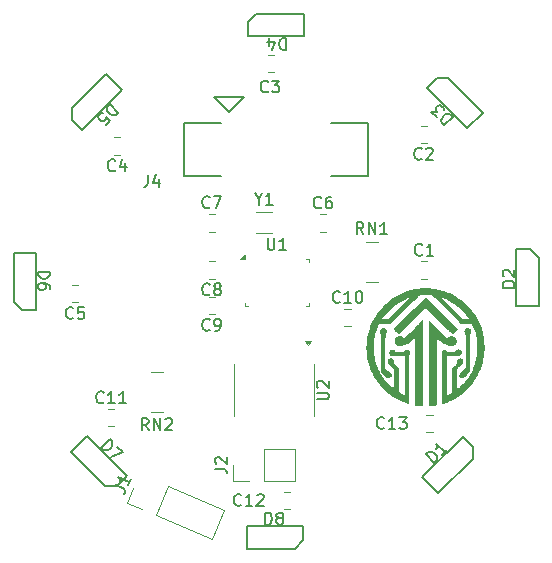
<source format=gbr>
%TF.GenerationSoftware,KiCad,Pcbnew,8.0.0*%
%TF.CreationDate,2024-05-13T13:59:27-05:00*%
%TF.ProjectId,GaussMouse_Sensor,47617573-734d-46f7-9573-655f53656e73,rev?*%
%TF.SameCoordinates,Original*%
%TF.FileFunction,Legend,Top*%
%TF.FilePolarity,Positive*%
%FSLAX46Y46*%
G04 Gerber Fmt 4.6, Leading zero omitted, Abs format (unit mm)*
G04 Created by KiCad (PCBNEW 8.0.0) date 2024-05-13 13:59:27*
%MOMM*%
%LPD*%
G01*
G04 APERTURE LIST*
%ADD10C,0.000000*%
%ADD11C,0.150000*%
%ADD12C,0.152400*%
%ADD13C,0.120000*%
%ADD14C,0.100000*%
G04 APERTURE END LIST*
D10*
G36*
X150961004Y-95553166D02*
G01*
X151039373Y-95623904D01*
X151155449Y-95732380D01*
X151478273Y-96040895D01*
X151884577Y-96435413D01*
X152329458Y-96872639D01*
X153418448Y-97949364D01*
X153266729Y-98148388D01*
X153235382Y-98189090D01*
X153204426Y-98228458D01*
X153174664Y-98265531D01*
X153146896Y-98299347D01*
X153121925Y-98328944D01*
X153100550Y-98353361D01*
X153083575Y-98371637D01*
X153071798Y-98382809D01*
X153062696Y-98390251D01*
X153053961Y-98397022D01*
X153049638Y-98400075D01*
X153045294Y-98402863D01*
X153040892Y-98405353D01*
X153036395Y-98407513D01*
X153031765Y-98409311D01*
X153026966Y-98410714D01*
X153021959Y-98411690D01*
X153016707Y-98412206D01*
X153011173Y-98412230D01*
X153005319Y-98411729D01*
X152999108Y-98410671D01*
X152992502Y-98409024D01*
X152985465Y-98406755D01*
X152977958Y-98403832D01*
X152969945Y-98400221D01*
X152961388Y-98395892D01*
X152952249Y-98390810D01*
X152942491Y-98384945D01*
X152932077Y-98378263D01*
X152920969Y-98370732D01*
X152909130Y-98362320D01*
X152896523Y-98352994D01*
X152883110Y-98342721D01*
X152868853Y-98331470D01*
X152853715Y-98319207D01*
X152837660Y-98305901D01*
X152802645Y-98276028D01*
X152763508Y-98241591D01*
X152719951Y-98202331D01*
X152671674Y-98157988D01*
X152618378Y-98108302D01*
X152559764Y-98053015D01*
X152495532Y-97991866D01*
X152425383Y-97924596D01*
X152349018Y-97850946D01*
X152266138Y-97770655D01*
X152176444Y-97683465D01*
X151975414Y-97487348D01*
X151478415Y-97000900D01*
X150679373Y-96218369D01*
X149554434Y-97328751D01*
X149115050Y-97759891D01*
X148750298Y-98112956D01*
X148498169Y-98351513D01*
X148426212Y-98416466D01*
X148396658Y-98439129D01*
X148394836Y-98438991D01*
X148392770Y-98438580D01*
X148390468Y-98437903D01*
X148387939Y-98436968D01*
X148382235Y-98434348D01*
X148375727Y-98430774D01*
X148368485Y-98426300D01*
X148360578Y-98420981D01*
X148352078Y-98414871D01*
X148343052Y-98408024D01*
X148333571Y-98400494D01*
X148323705Y-98392337D01*
X148313524Y-98383605D01*
X148303096Y-98374354D01*
X148292492Y-98364637D01*
X148281782Y-98354509D01*
X148271035Y-98344024D01*
X148260321Y-98333237D01*
X148260290Y-98333248D01*
X148237316Y-98309432D01*
X148211645Y-98282292D01*
X148155672Y-98221827D01*
X148099293Y-98159420D01*
X148049429Y-98102638D01*
X147942053Y-97977921D01*
X148881750Y-97047909D01*
X149671732Y-96272490D01*
X150010359Y-95944306D01*
X150251486Y-95714157D01*
X150681540Y-95310417D01*
X150961004Y-95553166D01*
G37*
G36*
X154260631Y-97904071D02*
G01*
X154285479Y-97906352D01*
X154310186Y-97910769D01*
X154334600Y-97917368D01*
X154358571Y-97926190D01*
X154381950Y-97937279D01*
X154404587Y-97950678D01*
X154426332Y-97966431D01*
X154447035Y-97984580D01*
X154466545Y-98005169D01*
X154484713Y-98028240D01*
X154501390Y-98053838D01*
X154516424Y-98082005D01*
X154522620Y-98095245D01*
X154528054Y-98107697D01*
X154532732Y-98119476D01*
X154536663Y-98130700D01*
X154539856Y-98141486D01*
X154542318Y-98151951D01*
X154544057Y-98162212D01*
X154545082Y-98172385D01*
X154545400Y-98182588D01*
X154545020Y-98192938D01*
X154543950Y-98203551D01*
X154542197Y-98214545D01*
X154539770Y-98226037D01*
X154536677Y-98238143D01*
X154532926Y-98250981D01*
X154528524Y-98264668D01*
X154521764Y-98283643D01*
X154514464Y-98301954D01*
X154506853Y-98319157D01*
X154499159Y-98334807D01*
X154495352Y-98341911D01*
X154491611Y-98348461D01*
X154487963Y-98354400D01*
X154484438Y-98359673D01*
X154481063Y-98364225D01*
X154477867Y-98368000D01*
X154474879Y-98370943D01*
X154472128Y-98372997D01*
X154469354Y-98382135D01*
X154466704Y-98405764D01*
X154461802Y-98494500D01*
X154457485Y-98635213D01*
X154453814Y-98823910D01*
X154448658Y-99329283D01*
X154446829Y-99978672D01*
X154446829Y-101568913D01*
X154169333Y-101862988D01*
X154084116Y-101952722D01*
X154016349Y-102022223D01*
X153987994Y-102050181D01*
X153962782Y-102074036D01*
X153940306Y-102094107D01*
X153920160Y-102110711D01*
X153901939Y-102124167D01*
X153885234Y-102134793D01*
X153869640Y-102142909D01*
X153854750Y-102148831D01*
X153840158Y-102152880D01*
X153825457Y-102155372D01*
X153810241Y-102156627D01*
X153794104Y-102156963D01*
X153783706Y-102156681D01*
X153772713Y-102155875D01*
X153761219Y-102154570D01*
X153749320Y-102152794D01*
X153737109Y-102150574D01*
X153724683Y-102147937D01*
X153712136Y-102144909D01*
X153699562Y-102141518D01*
X153687057Y-102137790D01*
X153674717Y-102133752D01*
X153662634Y-102129431D01*
X153650906Y-102124854D01*
X153639626Y-102120048D01*
X153628889Y-102115040D01*
X153618791Y-102109855D01*
X153609427Y-102104523D01*
X153609503Y-102104523D01*
X153593966Y-102094680D01*
X153579041Y-102084254D01*
X153564782Y-102073316D01*
X153551241Y-102061935D01*
X153538474Y-102050181D01*
X153526534Y-102038124D01*
X153515476Y-102025835D01*
X153505352Y-102013382D01*
X153496218Y-102000836D01*
X153488126Y-101988267D01*
X153481131Y-101975745D01*
X153475287Y-101963339D01*
X153470648Y-101951119D01*
X153467268Y-101939156D01*
X153466066Y-101933293D01*
X153465200Y-101927520D01*
X153464675Y-101921845D01*
X153464499Y-101916279D01*
X153464891Y-101914389D01*
X153466055Y-101911704D01*
X153470622Y-101904035D01*
X153478046Y-101893450D01*
X153488172Y-101880126D01*
X153500848Y-101864239D01*
X153515919Y-101845967D01*
X153552631Y-101802976D01*
X153597079Y-101752568D01*
X153648032Y-101696159D01*
X153704260Y-101635165D01*
X153764532Y-101571003D01*
X154064550Y-101254524D01*
X154064657Y-99842217D01*
X154063344Y-99098957D01*
X154057583Y-98664998D01*
X154052256Y-98537366D01*
X154044884Y-98455091D01*
X154035155Y-98407515D01*
X154022757Y-98383984D01*
X154018379Y-98378801D01*
X154013962Y-98372774D01*
X154009536Y-98365977D01*
X154005131Y-98358482D01*
X154000776Y-98350363D01*
X153996501Y-98341694D01*
X153992335Y-98332548D01*
X153988308Y-98322998D01*
X153984450Y-98313118D01*
X153980790Y-98302980D01*
X153977358Y-98292659D01*
X153974183Y-98282227D01*
X153971295Y-98271758D01*
X153968724Y-98261326D01*
X153966500Y-98251003D01*
X153964651Y-98240864D01*
X153960861Y-98209459D01*
X153959927Y-98179329D01*
X153961699Y-98150516D01*
X153966029Y-98123063D01*
X153972764Y-98097014D01*
X153981757Y-98072412D01*
X153992856Y-98049300D01*
X154005912Y-98027720D01*
X154020775Y-98007718D01*
X154037294Y-97989335D01*
X154055321Y-97972614D01*
X154074704Y-97957599D01*
X154095295Y-97944334D01*
X154116943Y-97932860D01*
X154139497Y-97923222D01*
X154162809Y-97915462D01*
X154186729Y-97909624D01*
X154211105Y-97905751D01*
X154235789Y-97903886D01*
X154260631Y-97904071D01*
G37*
G36*
X147100000Y-97900000D02*
G01*
X147110793Y-97900673D01*
X147121527Y-97901867D01*
X147132204Y-97903581D01*
X147142824Y-97905817D01*
X147153390Y-97908574D01*
X147163902Y-97911852D01*
X147174361Y-97915652D01*
X147184769Y-97919974D01*
X147195126Y-97924817D01*
X147205434Y-97930183D01*
X147225907Y-97942481D01*
X147246196Y-97956869D01*
X147266311Y-97973349D01*
X147286261Y-97991921D01*
X147296457Y-98002384D01*
X147306087Y-98013074D01*
X147315151Y-98023977D01*
X147323646Y-98035076D01*
X147331571Y-98046359D01*
X147338924Y-98057809D01*
X147345703Y-98069411D01*
X147351909Y-98081152D01*
X147357537Y-98093016D01*
X147362588Y-98104988D01*
X147367060Y-98117053D01*
X147370951Y-98129197D01*
X147374260Y-98141404D01*
X147376985Y-98153660D01*
X147379124Y-98165950D01*
X147380676Y-98178259D01*
X147381640Y-98190573D01*
X147382014Y-98202876D01*
X147381797Y-98215153D01*
X147380987Y-98227390D01*
X147379582Y-98239571D01*
X147377581Y-98251683D01*
X147374982Y-98263710D01*
X147371785Y-98275637D01*
X147367986Y-98287449D01*
X147363586Y-98299132D01*
X147358582Y-98310670D01*
X147352973Y-98322049D01*
X147346757Y-98333254D01*
X147339933Y-98344271D01*
X147332499Y-98355083D01*
X147324453Y-98365677D01*
X147319634Y-98371885D01*
X147315107Y-98378202D01*
X147310863Y-98384876D01*
X147306892Y-98392155D01*
X147303187Y-98400286D01*
X147299736Y-98409519D01*
X147296533Y-98420100D01*
X147293566Y-98432278D01*
X147290828Y-98446301D01*
X147288308Y-98462418D01*
X147285999Y-98480875D01*
X147283891Y-98501921D01*
X147281974Y-98525804D01*
X147280240Y-98552771D01*
X147278679Y-98583072D01*
X147277283Y-98616954D01*
X147276042Y-98654665D01*
X147274947Y-98696452D01*
X147273159Y-98793251D01*
X147271846Y-98909333D01*
X147270936Y-99046683D01*
X147270355Y-99207286D01*
X147270030Y-99393124D01*
X147269857Y-99848446D01*
X147269857Y-101262714D01*
X147524847Y-101528038D01*
X147576733Y-101582573D01*
X147626420Y-101635841D01*
X147672731Y-101686506D01*
X147714485Y-101733230D01*
X147750504Y-101774676D01*
X147779608Y-101809508D01*
X147800617Y-101836389D01*
X147807718Y-101846429D01*
X147812353Y-101853981D01*
X147817200Y-101863971D01*
X147821102Y-101874049D01*
X147824071Y-101884201D01*
X147826121Y-101894412D01*
X147827264Y-101904666D01*
X147827513Y-101914948D01*
X147826882Y-101925245D01*
X147825383Y-101935539D01*
X147823029Y-101945817D01*
X147819833Y-101956064D01*
X147815809Y-101966263D01*
X147810969Y-101976401D01*
X147805326Y-101986462D01*
X147798893Y-101996432D01*
X147791684Y-102006294D01*
X147783711Y-102016035D01*
X147774986Y-102025638D01*
X147765524Y-102035090D01*
X147755337Y-102044375D01*
X147744438Y-102053477D01*
X147732840Y-102062383D01*
X147720556Y-102071076D01*
X147707599Y-102079542D01*
X147693982Y-102087766D01*
X147679718Y-102095733D01*
X147664820Y-102103427D01*
X147649300Y-102110834D01*
X147633173Y-102117939D01*
X147616450Y-102124726D01*
X147599146Y-102131181D01*
X147581272Y-102137288D01*
X147562841Y-102143032D01*
X147441336Y-102179131D01*
X147157827Y-101898174D01*
X146874243Y-101617222D01*
X146884344Y-100017201D01*
X146888453Y-99156942D01*
X146885706Y-98666273D01*
X146881027Y-98525246D01*
X146873753Y-98435471D01*
X146863589Y-98383231D01*
X146850241Y-98354813D01*
X146842283Y-98342814D01*
X146835108Y-98330386D01*
X146828709Y-98317566D01*
X146823076Y-98304391D01*
X146818202Y-98290899D01*
X146814077Y-98277129D01*
X146810693Y-98263117D01*
X146808043Y-98248903D01*
X146806116Y-98234523D01*
X146804905Y-98220016D01*
X146804401Y-98205419D01*
X146804596Y-98190771D01*
X146805481Y-98176108D01*
X146807048Y-98161469D01*
X146809288Y-98146892D01*
X146812193Y-98132415D01*
X146815754Y-98118075D01*
X146819963Y-98103910D01*
X146824811Y-98089958D01*
X146830290Y-98076257D01*
X146836391Y-98062844D01*
X146843106Y-98049759D01*
X146850426Y-98037037D01*
X146858343Y-98024718D01*
X146866848Y-98012838D01*
X146875934Y-98001436D01*
X146885590Y-97990550D01*
X146895809Y-97980218D01*
X146906583Y-97970477D01*
X146917902Y-97961365D01*
X146929759Y-97952919D01*
X146942144Y-97945179D01*
X146965527Y-97932493D01*
X146988617Y-97921883D01*
X147011424Y-97913348D01*
X147022724Y-97909860D01*
X147033957Y-97906892D01*
X147045123Y-97904443D01*
X147056225Y-97902514D01*
X147067262Y-97901105D01*
X147078236Y-97900216D01*
X147089148Y-97899848D01*
X147100000Y-97900000D01*
G37*
G36*
X150843154Y-94540038D02*
G01*
X151029530Y-94550872D01*
X151212906Y-94567388D01*
X151393309Y-94589593D01*
X151570764Y-94617495D01*
X151745298Y-94651101D01*
X151916937Y-94690418D01*
X152085705Y-94735454D01*
X152251629Y-94786216D01*
X152414735Y-94842712D01*
X152575049Y-94904949D01*
X152732596Y-94972934D01*
X152887403Y-95046675D01*
X153039495Y-95126180D01*
X153188898Y-95211456D01*
X153335638Y-95302509D01*
X153492509Y-95408172D01*
X153645854Y-95520108D01*
X153795420Y-95638019D01*
X153940954Y-95761611D01*
X154082204Y-95890587D01*
X154218917Y-96024652D01*
X154350840Y-96163509D01*
X154477720Y-96306862D01*
X154599305Y-96454416D01*
X154715340Y-96605873D01*
X154825574Y-96760940D01*
X154929754Y-96919318D01*
X155027627Y-97080713D01*
X155118940Y-97244828D01*
X155203440Y-97411368D01*
X155280874Y-97580036D01*
X155348720Y-97746086D01*
X155410114Y-97917335D01*
X155465009Y-98093285D01*
X155513357Y-98273436D01*
X155555110Y-98457291D01*
X155590223Y-98644348D01*
X155618646Y-98834110D01*
X155640333Y-99026076D01*
X155655237Y-99219748D01*
X155663310Y-99414627D01*
X155664505Y-99610213D01*
X155658774Y-99806007D01*
X155646070Y-100001511D01*
X155626347Y-100196224D01*
X155599555Y-100389648D01*
X155565649Y-100581284D01*
X155503359Y-100854131D01*
X155424992Y-101122216D01*
X155331041Y-101384898D01*
X155222001Y-101641538D01*
X155098364Y-101891495D01*
X154960623Y-102134130D01*
X154809273Y-102368804D01*
X154644806Y-102594876D01*
X154467715Y-102811707D01*
X154278495Y-103018658D01*
X154077638Y-103215087D01*
X153865637Y-103400356D01*
X153642986Y-103573825D01*
X153410179Y-103734854D01*
X153167708Y-103882803D01*
X152916067Y-104017033D01*
X152823856Y-104060098D01*
X152707747Y-104110321D01*
X152578006Y-104163727D01*
X152444897Y-104216339D01*
X152318685Y-104264181D01*
X152209636Y-104303277D01*
X152128013Y-104329650D01*
X152100694Y-104336824D01*
X152084082Y-104339325D01*
X152081714Y-104296572D01*
X152079160Y-104174040D01*
X152073795Y-103724007D01*
X152064184Y-102244625D01*
X152051367Y-100739413D01*
X152042508Y-100261419D01*
X152033377Y-100061989D01*
X152028313Y-100036371D01*
X152025715Y-100011401D01*
X152025460Y-99987137D01*
X152027423Y-99963637D01*
X152031483Y-99940958D01*
X152037517Y-99919158D01*
X152045400Y-99898296D01*
X152055010Y-99878429D01*
X152066224Y-99859614D01*
X152078920Y-99841910D01*
X152092973Y-99825374D01*
X152108261Y-99810064D01*
X152124660Y-99796039D01*
X152142048Y-99783355D01*
X152160302Y-99772071D01*
X152179298Y-99762245D01*
X152198914Y-99753934D01*
X152219026Y-99747196D01*
X152239512Y-99742088D01*
X152260248Y-99738670D01*
X152281111Y-99736998D01*
X152301978Y-99737131D01*
X152322726Y-99739126D01*
X152343232Y-99743040D01*
X152363373Y-99748933D01*
X152383026Y-99756861D01*
X152402068Y-99766883D01*
X152420375Y-99779056D01*
X152437825Y-99793439D01*
X152454295Y-99810088D01*
X152469661Y-99829062D01*
X152483801Y-99850418D01*
X152536398Y-99938439D01*
X152822500Y-99944939D01*
X153108587Y-99951439D01*
X153217337Y-99835167D01*
X153234701Y-99816788D01*
X153250609Y-99800425D01*
X153265289Y-99785965D01*
X153278968Y-99773292D01*
X153291872Y-99762291D01*
X153304229Y-99752849D01*
X153310273Y-99748676D01*
X153316265Y-99744850D01*
X153322235Y-99741356D01*
X153328209Y-99738180D01*
X153334217Y-99735307D01*
X153340286Y-99732724D01*
X153346446Y-99730415D01*
X153352725Y-99728367D01*
X153359151Y-99726565D01*
X153365751Y-99724995D01*
X153379593Y-99722493D01*
X153394477Y-99720747D01*
X153410630Y-99719642D01*
X153428280Y-99719063D01*
X153447653Y-99718895D01*
X153468743Y-99719422D01*
X153489115Y-99720987D01*
X153508753Y-99723562D01*
X153527642Y-99727122D01*
X153545765Y-99731639D01*
X153563107Y-99737087D01*
X153579651Y-99743440D01*
X153595382Y-99750671D01*
X153610284Y-99758753D01*
X153624341Y-99767660D01*
X153637536Y-99777366D01*
X153649855Y-99787844D01*
X153661280Y-99799067D01*
X153671797Y-99811009D01*
X153681389Y-99823643D01*
X153690041Y-99836943D01*
X153697735Y-99850883D01*
X153704458Y-99865435D01*
X153710191Y-99880574D01*
X153714921Y-99896272D01*
X153718630Y-99912503D01*
X153721303Y-99929242D01*
X153722924Y-99946460D01*
X153723476Y-99964132D01*
X153722945Y-99982231D01*
X153721314Y-100000731D01*
X153718567Y-100019605D01*
X153714688Y-100038826D01*
X153709661Y-100058368D01*
X153703471Y-100078205D01*
X153696101Y-100098310D01*
X153687536Y-100118656D01*
X153674375Y-100146620D01*
X153667719Y-100159383D01*
X153660872Y-100171367D01*
X153653727Y-100182600D01*
X153646179Y-100193107D01*
X153638119Y-100202915D01*
X153629443Y-100212048D01*
X153620043Y-100220533D01*
X153609814Y-100228397D01*
X153598649Y-100235665D01*
X153586441Y-100242363D01*
X153573085Y-100248517D01*
X153558474Y-100254154D01*
X153542501Y-100259299D01*
X153525061Y-100263978D01*
X153506046Y-100268218D01*
X153485351Y-100272044D01*
X153462870Y-100275482D01*
X153438495Y-100278559D01*
X153412120Y-100281301D01*
X153383640Y-100283732D01*
X153352947Y-100285881D01*
X153319936Y-100287772D01*
X153246533Y-100290885D01*
X153162579Y-100293281D01*
X153067224Y-100295168D01*
X152959616Y-100296753D01*
X152768340Y-100299813D01*
X152610645Y-100303305D01*
X152502878Y-100306801D01*
X152472826Y-100308416D01*
X152461386Y-100309872D01*
X152459137Y-100442460D01*
X152458387Y-100798500D01*
X152461386Y-101963898D01*
X152468390Y-103611282D01*
X152700338Y-103483460D01*
X152932303Y-103355637D01*
X152939306Y-102327198D01*
X152946310Y-101298760D01*
X153146994Y-101088066D01*
X153205276Y-101026229D01*
X153229543Y-100999826D01*
X153250768Y-100976116D01*
X153269105Y-100954863D01*
X153284707Y-100935828D01*
X153297731Y-100918773D01*
X153308329Y-100903462D01*
X153316656Y-100889655D01*
X153322868Y-100877116D01*
X153327117Y-100865608D01*
X153329560Y-100854891D01*
X153330350Y-100844729D01*
X153329641Y-100834884D01*
X153327589Y-100825118D01*
X153324347Y-100815193D01*
X153321706Y-100807290D01*
X153319590Y-100799074D01*
X153317987Y-100790568D01*
X153316888Y-100781800D01*
X153316280Y-100772793D01*
X153316153Y-100763574D01*
X153316497Y-100754169D01*
X153317299Y-100744601D01*
X153320237Y-100725084D01*
X153324880Y-100705226D01*
X153331140Y-100685230D01*
X153338930Y-100665300D01*
X153348163Y-100645639D01*
X153358750Y-100626451D01*
X153370604Y-100607939D01*
X153383638Y-100590307D01*
X153397765Y-100573757D01*
X153412896Y-100558493D01*
X153428944Y-100544720D01*
X153437285Y-100538455D01*
X153445822Y-100532639D01*
X153456269Y-100526213D01*
X153466986Y-100520269D01*
X153489138Y-100509817D01*
X153512096Y-100501271D01*
X153535678Y-100494618D01*
X153559705Y-100489844D01*
X153583995Y-100486938D01*
X153608366Y-100485886D01*
X153632639Y-100486675D01*
X153656632Y-100489293D01*
X153680163Y-100493727D01*
X153703053Y-100499964D01*
X153725119Y-100507991D01*
X153746182Y-100517796D01*
X153756280Y-100523360D01*
X153766059Y-100529365D01*
X153775497Y-100535808D01*
X153784570Y-100542686D01*
X153793257Y-100550000D01*
X153801535Y-100557747D01*
X153811603Y-100568013D01*
X153820759Y-100578054D01*
X153829038Y-100587964D01*
X153836478Y-100597841D01*
X153843113Y-100607783D01*
X153848981Y-100617885D01*
X153854117Y-100628244D01*
X153856422Y-100633551D01*
X153858559Y-100638958D01*
X153862342Y-100650123D01*
X153865503Y-100661835D01*
X153868077Y-100674192D01*
X153870103Y-100687290D01*
X153871615Y-100701226D01*
X153872650Y-100716097D01*
X153873244Y-100732000D01*
X153873434Y-100749031D01*
X153873024Y-100771943D01*
X153871603Y-100793169D01*
X153870425Y-100803265D01*
X153868889Y-100813076D01*
X153866959Y-100822648D01*
X153864599Y-100832026D01*
X153861774Y-100841256D01*
X153858448Y-100850385D01*
X153854587Y-100859456D01*
X153850154Y-100868516D01*
X153845115Y-100877610D01*
X153839434Y-100886784D01*
X153833076Y-100896083D01*
X153826004Y-100905553D01*
X153818184Y-100915239D01*
X153809581Y-100925188D01*
X153800158Y-100935444D01*
X153789881Y-100946052D01*
X153766622Y-100968511D01*
X153739519Y-100992929D01*
X153708290Y-101019669D01*
X153672651Y-101049096D01*
X153632319Y-101081575D01*
X153587011Y-101117470D01*
X153576484Y-101125952D01*
X153565509Y-101135159D01*
X153542568Y-101155390D01*
X153518897Y-101177453D01*
X153495203Y-101200639D01*
X153472195Y-101224239D01*
X153450579Y-101247543D01*
X153431064Y-101269843D01*
X153422316Y-101280394D01*
X153414358Y-101290428D01*
X153341253Y-101384937D01*
X153327551Y-102226395D01*
X153320637Y-102709611D01*
X153320293Y-102857997D01*
X153322649Y-102956652D01*
X153324986Y-102990240D01*
X153328174Y-103014888D01*
X153332271Y-103031758D01*
X153337336Y-103042015D01*
X153343427Y-103046824D01*
X153350603Y-103047347D01*
X153368445Y-103040196D01*
X153398552Y-103020943D01*
X153439259Y-102988853D01*
X153489111Y-102945460D01*
X153546652Y-102892299D01*
X153678975Y-102762810D01*
X153824581Y-102612665D01*
X153971823Y-102454139D01*
X154109054Y-102299511D01*
X154170275Y-102227494D01*
X154224625Y-102161056D01*
X154270649Y-102101730D01*
X154306891Y-102051052D01*
X154402346Y-101903354D01*
X154491336Y-101753419D01*
X154573863Y-101601227D01*
X154649935Y-101446761D01*
X154719555Y-101290002D01*
X154782731Y-101130932D01*
X154839465Y-100969532D01*
X154889765Y-100805784D01*
X154933635Y-100639669D01*
X154971080Y-100471170D01*
X155002106Y-100300268D01*
X155026718Y-100126943D01*
X155044922Y-99951179D01*
X155056722Y-99772956D01*
X155062123Y-99592256D01*
X155061132Y-99409062D01*
X155057501Y-99297064D01*
X155051720Y-99187593D01*
X155043750Y-99080470D01*
X155033554Y-98975514D01*
X155021093Y-98872545D01*
X155006329Y-98771383D01*
X154989224Y-98671848D01*
X154969740Y-98573759D01*
X154947838Y-98476937D01*
X154923481Y-98381201D01*
X154896629Y-98286372D01*
X154867245Y-98192269D01*
X154835291Y-98098712D01*
X154800728Y-98005520D01*
X154763518Y-97912515D01*
X154723623Y-97819515D01*
X154622107Y-97590511D01*
X154156195Y-97583111D01*
X153690268Y-97575710D01*
X153488455Y-97367535D01*
X153055786Y-96928956D01*
X152298941Y-96166836D01*
X151475111Y-95338997D01*
X152039190Y-95338997D01*
X152936056Y-96242184D01*
X153832922Y-97145371D01*
X154085348Y-97145676D01*
X154136052Y-97145429D01*
X154183356Y-97144582D01*
X154226224Y-97143197D01*
X154263620Y-97141341D01*
X154294509Y-97139077D01*
X154317855Y-97136470D01*
X154332622Y-97133585D01*
X154336465Y-97132058D01*
X154337444Y-97131277D01*
X154337774Y-97130486D01*
X154337744Y-97130470D01*
X154336793Y-97125907D01*
X154333995Y-97119291D01*
X154323197Y-97100319D01*
X154306022Y-97074380D01*
X154283143Y-97042301D01*
X154222959Y-96963030D01*
X154148024Y-96869121D01*
X154063716Y-96767187D01*
X153975414Y-96663843D01*
X153888496Y-96565702D01*
X153808340Y-96479378D01*
X153721999Y-96391871D01*
X153632619Y-96306220D01*
X153540471Y-96222605D01*
X153445823Y-96141208D01*
X153348946Y-96062212D01*
X153250109Y-95985798D01*
X153149581Y-95912148D01*
X153047632Y-95841444D01*
X152944533Y-95773867D01*
X152840551Y-95709600D01*
X152735958Y-95648824D01*
X152631022Y-95591721D01*
X152526014Y-95538472D01*
X152421202Y-95489261D01*
X152316857Y-95444268D01*
X152213247Y-95403675D01*
X152039190Y-95338997D01*
X151475111Y-95338997D01*
X151311224Y-95174313D01*
X151125479Y-95150673D01*
X151029978Y-95141403D01*
X150911905Y-95134356D01*
X150779714Y-95129603D01*
X150641861Y-95127216D01*
X150506801Y-95127268D01*
X150382990Y-95129830D01*
X150278882Y-95134974D01*
X150202932Y-95142773D01*
X150193470Y-95144502D01*
X150183797Y-95146881D01*
X150173729Y-95150083D01*
X150163082Y-95154276D01*
X150151673Y-95159633D01*
X150139317Y-95166325D01*
X150125830Y-95174521D01*
X150111028Y-95184393D01*
X150094728Y-95196112D01*
X150076745Y-95209848D01*
X150056894Y-95225773D01*
X150034993Y-95244057D01*
X150010857Y-95264871D01*
X149984302Y-95288387D01*
X149923199Y-95344204D01*
X149850211Y-95412875D01*
X149763868Y-95495768D01*
X149662696Y-95594248D01*
X149545223Y-95709684D01*
X149409977Y-95843441D01*
X149255486Y-95996887D01*
X148882879Y-96368313D01*
X147671972Y-97576927D01*
X146724981Y-97576927D01*
X146681280Y-97660439D01*
X146663064Y-97696688D01*
X146643940Y-97737533D01*
X146603705Y-97830935D01*
X146562046Y-97936484D01*
X146520433Y-98050019D01*
X146480339Y-98167380D01*
X146443233Y-98284407D01*
X146410587Y-98396939D01*
X146383871Y-98500816D01*
X146351799Y-98649160D01*
X146325028Y-98800744D01*
X146303533Y-98955025D01*
X146287290Y-99111457D01*
X146276275Y-99269496D01*
X146270463Y-99428596D01*
X146269829Y-99588212D01*
X146274351Y-99747800D01*
X146284003Y-99906815D01*
X146298762Y-100064711D01*
X146318602Y-100220943D01*
X146343501Y-100374968D01*
X146373432Y-100526238D01*
X146408373Y-100674211D01*
X146448299Y-100818340D01*
X146493185Y-100958080D01*
X146525982Y-101049761D01*
X146561019Y-101141097D01*
X146598217Y-101231948D01*
X146637499Y-101322175D01*
X146678786Y-101411637D01*
X146722000Y-101500193D01*
X146767064Y-101587705D01*
X146813900Y-101674031D01*
X146862429Y-101759032D01*
X146912574Y-101842567D01*
X146964256Y-101924497D01*
X147017398Y-102004680D01*
X147071922Y-102082978D01*
X147127749Y-102159249D01*
X147184802Y-102233354D01*
X147243002Y-102305153D01*
X147312679Y-102385356D01*
X147398456Y-102478619D01*
X147494619Y-102579231D01*
X147595451Y-102681483D01*
X147695237Y-102779664D01*
X147788261Y-102868062D01*
X147868806Y-102940967D01*
X147902614Y-102969825D01*
X147931158Y-102992668D01*
X148006155Y-103049957D01*
X148006155Y-101383240D01*
X147833853Y-101211071D01*
X147797496Y-101175241D01*
X147760231Y-101139406D01*
X147723111Y-101104521D01*
X147687191Y-101071544D01*
X147653525Y-101041432D01*
X147623166Y-101015141D01*
X147597170Y-100993627D01*
X147576590Y-100977848D01*
X147565541Y-100969606D01*
X147554967Y-100961104D01*
X147544870Y-100952352D01*
X147535255Y-100943362D01*
X147526125Y-100934143D01*
X147517482Y-100924707D01*
X147509330Y-100915064D01*
X147501672Y-100905225D01*
X147494511Y-100895200D01*
X147487850Y-100885000D01*
X147481693Y-100874636D01*
X147476042Y-100864118D01*
X147470902Y-100853457D01*
X147466275Y-100842664D01*
X147462164Y-100831750D01*
X147458572Y-100820724D01*
X147455504Y-100809597D01*
X147452961Y-100798381D01*
X147450947Y-100787086D01*
X147449466Y-100775722D01*
X147448520Y-100764301D01*
X147448113Y-100752832D01*
X147448247Y-100741327D01*
X147448927Y-100729795D01*
X147450155Y-100718249D01*
X147451935Y-100706698D01*
X147454269Y-100695153D01*
X147457161Y-100683624D01*
X147460614Y-100672123D01*
X147464631Y-100660660D01*
X147469216Y-100649245D01*
X147474371Y-100637890D01*
X147480240Y-100626282D01*
X147486494Y-100615067D01*
X147493121Y-100604251D01*
X147500111Y-100593840D01*
X147507452Y-100583838D01*
X147515131Y-100574252D01*
X147523138Y-100565086D01*
X147531460Y-100556345D01*
X147540086Y-100548037D01*
X147549004Y-100540165D01*
X147558203Y-100532735D01*
X147567671Y-100525753D01*
X147577397Y-100519224D01*
X147587368Y-100513153D01*
X147597574Y-100507547D01*
X147608002Y-100502409D01*
X147618641Y-100497746D01*
X147629479Y-100493563D01*
X147640504Y-100489866D01*
X147651706Y-100486660D01*
X147663072Y-100483950D01*
X147674591Y-100481741D01*
X147686250Y-100480040D01*
X147698039Y-100478851D01*
X147709946Y-100478180D01*
X147721959Y-100478033D01*
X147734067Y-100478414D01*
X147746257Y-100479330D01*
X147758519Y-100480785D01*
X147770840Y-100482785D01*
X147783209Y-100485335D01*
X147795614Y-100488442D01*
X147808401Y-100492163D01*
X147820799Y-100496247D01*
X147832804Y-100500693D01*
X147844418Y-100505500D01*
X147855638Y-100510665D01*
X147866465Y-100516188D01*
X147876895Y-100522067D01*
X147886930Y-100528300D01*
X147896567Y-100534887D01*
X147905806Y-100541825D01*
X147914645Y-100549113D01*
X147923083Y-100556751D01*
X147931120Y-100564735D01*
X147938755Y-100573066D01*
X147945986Y-100581741D01*
X147952812Y-100590759D01*
X147959233Y-100600119D01*
X147965247Y-100609819D01*
X147970853Y-100619858D01*
X147976050Y-100630234D01*
X147980838Y-100640946D01*
X147985214Y-100651992D01*
X147989179Y-100663372D01*
X147992731Y-100675083D01*
X147995869Y-100687124D01*
X147998592Y-100699493D01*
X148000898Y-100712190D01*
X148002788Y-100725213D01*
X148004260Y-100738560D01*
X148005312Y-100752230D01*
X148005944Y-100766221D01*
X148006155Y-100780533D01*
X148006304Y-100801813D01*
X148006923Y-100821025D01*
X148008274Y-100838583D01*
X148009304Y-100846872D01*
X148010614Y-100854905D01*
X148012237Y-100862732D01*
X148014204Y-100870407D01*
X148016550Y-100877981D01*
X148019305Y-100885506D01*
X148022502Y-100893034D01*
X148026175Y-100900618D01*
X148030355Y-100908309D01*
X148035074Y-100916160D01*
X148040366Y-100924222D01*
X148046263Y-100932548D01*
X148052797Y-100941189D01*
X148060000Y-100950199D01*
X148076547Y-100969529D01*
X148096161Y-100990954D01*
X148119104Y-101014892D01*
X148145635Y-101041759D01*
X148210501Y-101105946D01*
X148414846Y-101306347D01*
X148421850Y-102331108D01*
X148428854Y-103355869D01*
X148647162Y-103469448D01*
X148733543Y-103513622D01*
X148807358Y-103549935D01*
X148837104Y-103563970D01*
X148860771Y-103574630D01*
X148877378Y-103581447D01*
X148882728Y-103583267D01*
X148885946Y-103583950D01*
X148888040Y-103575528D01*
X148890073Y-103550633D01*
X148893918Y-103454786D01*
X148900433Y-103102419D01*
X148904827Y-102580678D01*
X148906439Y-101943394D01*
X148906439Y-100301914D01*
X148330954Y-100293213D01*
X147755484Y-100284512D01*
X147690878Y-100210312D01*
X147674193Y-100189835D01*
X147659283Y-100168832D01*
X147646158Y-100147377D01*
X147634830Y-100125543D01*
X147625308Y-100103405D01*
X147617604Y-100081035D01*
X147611727Y-100058508D01*
X147607687Y-100035898D01*
X147605496Y-100013278D01*
X147605163Y-99990721D01*
X147606700Y-99968302D01*
X147610116Y-99946095D01*
X147615421Y-99924172D01*
X147618786Y-99913341D01*
X147622628Y-99902608D01*
X147626946Y-99891984D01*
X147631744Y-99881477D01*
X147637023Y-99871096D01*
X147642782Y-99860851D01*
X147652585Y-99845353D01*
X147663142Y-99830791D01*
X147674409Y-99817169D01*
X147686345Y-99804487D01*
X147698906Y-99792748D01*
X147712048Y-99781954D01*
X147725730Y-99772107D01*
X147739907Y-99763208D01*
X147754538Y-99755260D01*
X147769578Y-99748265D01*
X147784984Y-99742224D01*
X147800715Y-99737140D01*
X147816726Y-99733014D01*
X147832975Y-99729849D01*
X147849419Y-99727646D01*
X147866015Y-99726407D01*
X147882719Y-99726135D01*
X147899488Y-99726831D01*
X147916280Y-99728497D01*
X147933052Y-99731135D01*
X147949760Y-99734747D01*
X147966362Y-99739336D01*
X147982814Y-99744902D01*
X147999074Y-99751448D01*
X148015098Y-99758977D01*
X148030844Y-99767489D01*
X148046267Y-99776987D01*
X148061327Y-99787473D01*
X148075978Y-99798948D01*
X148090179Y-99811415D01*
X148103886Y-99824876D01*
X148117056Y-99839333D01*
X148187262Y-99920803D01*
X148502783Y-99920803D01*
X148602902Y-99920561D01*
X148679965Y-99919408D01*
X148710979Y-99918290D01*
X148737581Y-99916705D01*
X148760224Y-99914573D01*
X148779358Y-99911813D01*
X148795435Y-99908347D01*
X148808905Y-99904094D01*
X148820220Y-99898975D01*
X148829830Y-99892909D01*
X148838187Y-99885816D01*
X148845742Y-99877618D01*
X148852946Y-99868233D01*
X148860251Y-99857582D01*
X148870522Y-99843150D01*
X148881515Y-99829670D01*
X148893179Y-99817143D01*
X148905464Y-99805568D01*
X148918319Y-99794943D01*
X148931696Y-99785267D01*
X148945544Y-99776541D01*
X148959814Y-99768763D01*
X148974454Y-99761932D01*
X148989417Y-99756048D01*
X149004650Y-99751110D01*
X149020105Y-99747117D01*
X149035732Y-99744068D01*
X149051481Y-99741963D01*
X149067301Y-99740800D01*
X149083143Y-99740579D01*
X149098957Y-99741299D01*
X149114694Y-99742960D01*
X149130302Y-99745559D01*
X149145732Y-99749098D01*
X149160935Y-99753574D01*
X149175859Y-99758988D01*
X149190457Y-99765337D01*
X149204676Y-99772622D01*
X149218468Y-99780842D01*
X149231783Y-99789995D01*
X149244570Y-99800082D01*
X149256780Y-99811101D01*
X149268363Y-99823051D01*
X149279269Y-99835932D01*
X149289448Y-99849743D01*
X149298849Y-99864483D01*
X149307163Y-99878803D01*
X149314454Y-99892041D01*
X149320742Y-99904392D01*
X149326047Y-99916053D01*
X149330391Y-99927216D01*
X149333792Y-99938078D01*
X149335146Y-99943456D01*
X149336272Y-99948833D01*
X149337173Y-99954231D01*
X149337851Y-99959675D01*
X149338308Y-99965191D01*
X149338548Y-99970801D01*
X149338572Y-99976531D01*
X149338384Y-99982405D01*
X149337380Y-99994681D01*
X149335555Y-100007825D01*
X149332930Y-100022032D01*
X149329525Y-100037495D01*
X149325360Y-100054412D01*
X149320456Y-100072975D01*
X149316289Y-100095174D01*
X149312448Y-100130145D01*
X149305710Y-100240576D01*
X149300179Y-100408616D01*
X149295794Y-100638610D01*
X149292491Y-100934904D01*
X149290209Y-101301846D01*
X149288458Y-102265057D01*
X149286940Y-103281670D01*
X149281569Y-103917606D01*
X149271116Y-104245657D01*
X149263600Y-104316972D01*
X149259203Y-104333432D01*
X149254355Y-104338612D01*
X149249641Y-104338143D01*
X149242645Y-104336879D01*
X149222355Y-104332130D01*
X149194599Y-104324693D01*
X149160488Y-104314894D01*
X149121135Y-104303062D01*
X149077653Y-104289526D01*
X149031153Y-104274613D01*
X148982748Y-104258652D01*
X148983603Y-104258808D01*
X148800515Y-104192644D01*
X148619164Y-104117278D01*
X148439919Y-104033005D01*
X148263152Y-103940120D01*
X148089233Y-103838916D01*
X147918533Y-103729689D01*
X147751421Y-103612733D01*
X147588268Y-103488343D01*
X147429446Y-103356812D01*
X147275324Y-103218437D01*
X147126273Y-103073510D01*
X146982664Y-102922326D01*
X146844867Y-102765181D01*
X146713252Y-102602368D01*
X146588191Y-102434182D01*
X146470053Y-102260918D01*
X146322197Y-102019130D01*
X146189083Y-101770313D01*
X146070797Y-101515167D01*
X145967429Y-101254392D01*
X145879068Y-100988688D01*
X145805802Y-100718754D01*
X145747720Y-100445290D01*
X145704910Y-100168996D01*
X145677462Y-99890571D01*
X145665462Y-99610716D01*
X145669001Y-99330130D01*
X145688167Y-99049512D01*
X145723049Y-98769563D01*
X145773734Y-98490982D01*
X145840313Y-98214469D01*
X145922873Y-97940724D01*
X145989425Y-97753887D01*
X146063392Y-97570676D01*
X146144555Y-97391247D01*
X146232698Y-97215756D01*
X146280647Y-97129162D01*
X146997046Y-97129162D01*
X146997388Y-97130020D01*
X146998403Y-97130867D01*
X147000074Y-97131702D01*
X147002384Y-97132525D01*
X147008857Y-97134128D01*
X147017685Y-97135667D01*
X147028736Y-97137133D01*
X147041876Y-97138517D01*
X147056969Y-97139811D01*
X147073883Y-97141007D01*
X147112635Y-97143064D01*
X147157058Y-97144621D01*
X147206079Y-97145606D01*
X147258627Y-97145950D01*
X147520208Y-97145950D01*
X148448935Y-96229939D01*
X149101267Y-95583006D01*
X149296925Y-95386206D01*
X149365484Y-95313927D01*
X149355489Y-95315702D01*
X149338502Y-95320838D01*
X149286183Y-95340056D01*
X149213788Y-95369305D01*
X149126579Y-95406313D01*
X149029819Y-95448804D01*
X148928767Y-95494504D01*
X148828687Y-95541140D01*
X148734839Y-95586437D01*
X148649179Y-95629773D01*
X148565504Y-95674365D01*
X148483608Y-95720367D01*
X148403286Y-95767933D01*
X148324333Y-95817215D01*
X148246542Y-95868366D01*
X148169709Y-95921540D01*
X148093628Y-95976890D01*
X148018094Y-96034568D01*
X147942900Y-96094729D01*
X147867843Y-96157525D01*
X147792716Y-96223110D01*
X147717314Y-96291636D01*
X147641431Y-96363257D01*
X147564862Y-96438126D01*
X147487402Y-96516396D01*
X147407167Y-96601558D01*
X147323848Y-96694889D01*
X147241692Y-96791082D01*
X147164948Y-96884827D01*
X147097863Y-96970816D01*
X147044685Y-97043741D01*
X147024639Y-97073645D01*
X147009663Y-97098292D01*
X147000289Y-97117019D01*
X146997046Y-97129162D01*
X146280647Y-97129162D01*
X146327604Y-97044359D01*
X146429056Y-96877212D01*
X146536837Y-96714472D01*
X146650730Y-96556295D01*
X146770518Y-96402836D01*
X146895985Y-96254252D01*
X147026912Y-96110700D01*
X147163084Y-95972334D01*
X147304284Y-95839313D01*
X147450293Y-95711791D01*
X147600897Y-95589925D01*
X147755877Y-95473870D01*
X147915016Y-95363784D01*
X148078098Y-95259823D01*
X148244907Y-95162142D01*
X148415224Y-95070898D01*
X148588832Y-94986246D01*
X148765516Y-94908344D01*
X148945058Y-94837347D01*
X149127241Y-94773411D01*
X149311848Y-94716693D01*
X149498663Y-94667349D01*
X149687468Y-94625535D01*
X149878046Y-94591406D01*
X150070180Y-94565120D01*
X150263654Y-94546833D01*
X150458251Y-94536700D01*
X150653753Y-94534878D01*
X150843154Y-94540038D01*
G37*
G36*
X150408148Y-104527920D02*
G01*
X150251242Y-104524819D01*
X150187086Y-104522933D01*
X150128401Y-104520085D01*
X150103137Y-104518422D01*
X150081675Y-104516665D01*
X150064824Y-104514860D01*
X150053396Y-104513058D01*
X150053396Y-104513035D01*
X150042528Y-104510971D01*
X150027272Y-104508375D01*
X149986397Y-104502010D01*
X149936381Y-104494791D01*
X149882834Y-104487564D01*
X149753210Y-104470734D01*
X149753210Y-98722946D01*
X149459417Y-99012108D01*
X149165625Y-99301270D01*
X149007330Y-99301270D01*
X148983989Y-99301431D01*
X148962435Y-99301947D01*
X148942498Y-99302865D01*
X148924007Y-99304235D01*
X148906796Y-99306102D01*
X148890693Y-99308517D01*
X148875529Y-99311526D01*
X148861136Y-99315178D01*
X148847343Y-99319521D01*
X148833982Y-99324603D01*
X148820883Y-99330472D01*
X148807877Y-99337175D01*
X148794794Y-99344762D01*
X148781465Y-99353279D01*
X148767722Y-99362775D01*
X148753393Y-99373299D01*
X148726864Y-99391634D01*
X148698915Y-99407855D01*
X148669767Y-99421947D01*
X148639641Y-99433895D01*
X148608757Y-99443684D01*
X148577337Y-99451301D01*
X148545600Y-99456729D01*
X148513767Y-99459954D01*
X148482060Y-99460963D01*
X148450698Y-99459739D01*
X148419902Y-99456268D01*
X148389894Y-99450536D01*
X148360893Y-99442527D01*
X148333120Y-99432228D01*
X148319763Y-99426214D01*
X148306796Y-99419623D01*
X148294246Y-99412451D01*
X148282141Y-99404698D01*
X148272399Y-99397910D01*
X148262386Y-99390589D01*
X148252177Y-99382805D01*
X148241847Y-99374626D01*
X148221128Y-99357357D01*
X148200829Y-99339332D01*
X148181552Y-99321101D01*
X148163898Y-99303214D01*
X148155869Y-99294571D01*
X148148471Y-99286220D01*
X148141779Y-99278229D01*
X148135870Y-99270668D01*
X148123757Y-99252626D01*
X148112713Y-99232385D01*
X148102767Y-99210199D01*
X148093951Y-99186324D01*
X148086294Y-99161015D01*
X148079827Y-99134526D01*
X148074580Y-99107112D01*
X148070583Y-99079028D01*
X148067868Y-99050529D01*
X148066464Y-99021869D01*
X148066401Y-98993304D01*
X148067710Y-98965087D01*
X148070421Y-98937475D01*
X148074565Y-98910721D01*
X148080171Y-98885081D01*
X148087271Y-98860809D01*
X148096276Y-98836901D01*
X148106939Y-98813926D01*
X148119176Y-98791906D01*
X148132901Y-98770865D01*
X148148027Y-98750827D01*
X148164469Y-98731815D01*
X148182142Y-98713852D01*
X148200959Y-98696962D01*
X148220835Y-98681167D01*
X148241684Y-98666492D01*
X148263420Y-98652960D01*
X148285958Y-98640593D01*
X148309211Y-98629416D01*
X148333095Y-98619452D01*
X148357523Y-98610723D01*
X148382410Y-98603254D01*
X148407670Y-98597068D01*
X148433217Y-98592188D01*
X148458965Y-98588637D01*
X148484829Y-98586439D01*
X148510723Y-98585617D01*
X148536562Y-98586194D01*
X148562259Y-98588195D01*
X148587728Y-98591641D01*
X148612885Y-98596557D01*
X148637643Y-98602966D01*
X148661916Y-98610891D01*
X148685619Y-98620356D01*
X148708667Y-98631383D01*
X148730972Y-98643997D01*
X148752451Y-98658220D01*
X148773016Y-98674076D01*
X148853109Y-98740646D01*
X149319769Y-98300652D01*
X149503416Y-98126359D01*
X149658489Y-97977057D01*
X149768653Y-97868619D01*
X149801789Y-97834684D01*
X149817572Y-97816918D01*
X149822191Y-97811100D01*
X149829530Y-97802773D01*
X149851725Y-97779223D01*
X149882882Y-97747522D01*
X149921724Y-97708925D01*
X149966977Y-97664690D01*
X150017364Y-97616072D01*
X150071610Y-97564326D01*
X150128439Y-97510708D01*
X150408148Y-97248238D01*
X150408148Y-104527920D01*
G37*
G36*
X150981975Y-97255117D02*
G01*
X150982915Y-97255443D01*
X150983977Y-97255936D01*
X150985157Y-97256593D01*
X150987853Y-97258377D01*
X150990971Y-97260760D01*
X150994478Y-97263708D01*
X150998342Y-97267185D01*
X151002529Y-97271157D01*
X151007008Y-97275589D01*
X151011744Y-97280445D01*
X151016705Y-97285692D01*
X151021859Y-97291292D01*
X151027173Y-97297213D01*
X151032613Y-97303419D01*
X151038148Y-97309874D01*
X151043744Y-97316545D01*
X151049368Y-97323395D01*
X151074658Y-97350662D01*
X151125961Y-97402725D01*
X151294184Y-97569059D01*
X151529200Y-97798052D01*
X151806173Y-98065357D01*
X152508398Y-98740131D01*
X152580191Y-98684342D01*
X152599417Y-98670242D01*
X152619290Y-98657288D01*
X152639775Y-98645488D01*
X152660836Y-98634850D01*
X152682437Y-98625381D01*
X152704544Y-98617091D01*
X152727121Y-98609987D01*
X152750134Y-98604076D01*
X152773545Y-98599368D01*
X152797322Y-98595871D01*
X152821427Y-98593591D01*
X152845826Y-98592538D01*
X152870483Y-98592719D01*
X152895364Y-98594143D01*
X152920433Y-98596817D01*
X152945654Y-98600750D01*
X152966098Y-98604849D01*
X152986025Y-98609663D01*
X153005427Y-98615183D01*
X153024295Y-98621399D01*
X153042620Y-98628298D01*
X153060393Y-98635872D01*
X153077607Y-98644108D01*
X153094252Y-98652997D01*
X153110319Y-98662529D01*
X153125801Y-98672692D01*
X153140688Y-98683475D01*
X153154971Y-98694869D01*
X153168643Y-98706863D01*
X153181693Y-98719446D01*
X153194115Y-98732607D01*
X153205898Y-98746337D01*
X153217035Y-98760623D01*
X153227517Y-98775457D01*
X153237334Y-98790827D01*
X153246479Y-98806722D01*
X153254943Y-98823132D01*
X153262717Y-98840047D01*
X153269792Y-98857456D01*
X153276160Y-98875348D01*
X153281812Y-98893712D01*
X153286740Y-98912539D01*
X153290934Y-98931817D01*
X153294386Y-98951536D01*
X153297088Y-98971686D01*
X153299031Y-98992255D01*
X153300206Y-99013234D01*
X153300604Y-99034611D01*
X153299727Y-99061588D01*
X153297090Y-99088159D01*
X153292709Y-99114294D01*
X153286601Y-99139966D01*
X153278782Y-99165146D01*
X153269267Y-99189807D01*
X153258074Y-99213921D01*
X153245218Y-99237458D01*
X153230717Y-99260392D01*
X153214585Y-99282694D01*
X153196840Y-99304336D01*
X153177497Y-99325290D01*
X153156573Y-99345528D01*
X153134085Y-99365022D01*
X153110048Y-99383744D01*
X153084478Y-99401665D01*
X153069947Y-99410751D01*
X153054841Y-99419081D01*
X153039207Y-99426661D01*
X153023090Y-99433495D01*
X153006538Y-99439590D01*
X152989598Y-99444949D01*
X152954736Y-99453484D01*
X152918879Y-99459143D01*
X152882399Y-99461966D01*
X152845669Y-99461996D01*
X152809061Y-99459275D01*
X152772949Y-99453844D01*
X152737704Y-99445745D01*
X152703701Y-99435020D01*
X152671311Y-99421710D01*
X152640908Y-99405858D01*
X152626567Y-99396992D01*
X152612863Y-99387505D01*
X152599843Y-99377404D01*
X152587551Y-99366693D01*
X152576036Y-99355378D01*
X152565344Y-99343464D01*
X152562880Y-99340704D01*
X152560213Y-99338047D01*
X152557336Y-99335492D01*
X152554245Y-99333038D01*
X152550935Y-99330685D01*
X152547401Y-99328431D01*
X152543637Y-99326275D01*
X152539640Y-99324216D01*
X152535404Y-99322253D01*
X152530923Y-99320386D01*
X152526193Y-99318612D01*
X152521209Y-99316932D01*
X152510459Y-99313845D01*
X152498632Y-99311119D01*
X152485689Y-99308744D01*
X152471590Y-99306713D01*
X152456293Y-99305017D01*
X152439761Y-99303647D01*
X152421951Y-99302596D01*
X152402826Y-99301856D01*
X152382343Y-99301418D01*
X152360464Y-99301273D01*
X152191046Y-99301273D01*
X151900106Y-99011654D01*
X151609167Y-98722035D01*
X151608954Y-101583531D01*
X151608740Y-104445027D01*
X151506414Y-104472015D01*
X151481396Y-104477798D01*
X151449445Y-104483895D01*
X151411876Y-104490123D01*
X151370005Y-104496296D01*
X151325145Y-104502232D01*
X151278611Y-104507747D01*
X151231719Y-104512656D01*
X151185782Y-104516777D01*
X150967474Y-104534546D01*
X150967566Y-100894131D01*
X150971514Y-98323455D01*
X150981161Y-97254963D01*
X150981975Y-97255117D01*
G37*
D11*
X127166666Y-84954819D02*
X127166666Y-85669104D01*
X127166666Y-85669104D02*
X127119047Y-85811961D01*
X127119047Y-85811961D02*
X127023809Y-85907200D01*
X127023809Y-85907200D02*
X126880952Y-85954819D01*
X126880952Y-85954819D02*
X126785714Y-85954819D01*
X128071428Y-85288152D02*
X128071428Y-85954819D01*
X127833333Y-84907200D02*
X127595238Y-85621485D01*
X127595238Y-85621485D02*
X128214285Y-85621485D01*
X136523809Y-86978628D02*
X136523809Y-87454819D01*
X136190476Y-86454819D02*
X136523809Y-86978628D01*
X136523809Y-86978628D02*
X136857142Y-86454819D01*
X137714285Y-87454819D02*
X137142857Y-87454819D01*
X137428571Y-87454819D02*
X137428571Y-86454819D01*
X137428571Y-86454819D02*
X137333333Y-86597676D01*
X137333333Y-86597676D02*
X137238095Y-86692914D01*
X137238095Y-86692914D02*
X137142857Y-86740533D01*
X141467319Y-103949404D02*
X142276842Y-103949404D01*
X142276842Y-103949404D02*
X142372080Y-103901785D01*
X142372080Y-103901785D02*
X142419700Y-103854166D01*
X142419700Y-103854166D02*
X142467319Y-103758928D01*
X142467319Y-103758928D02*
X142467319Y-103568452D01*
X142467319Y-103568452D02*
X142419700Y-103473214D01*
X142419700Y-103473214D02*
X142372080Y-103425595D01*
X142372080Y-103425595D02*
X142276842Y-103377976D01*
X142276842Y-103377976D02*
X141467319Y-103377976D01*
X141562557Y-102949404D02*
X141514938Y-102901785D01*
X141514938Y-102901785D02*
X141467319Y-102806547D01*
X141467319Y-102806547D02*
X141467319Y-102568452D01*
X141467319Y-102568452D02*
X141514938Y-102473214D01*
X141514938Y-102473214D02*
X141562557Y-102425595D01*
X141562557Y-102425595D02*
X141657795Y-102377976D01*
X141657795Y-102377976D02*
X141753033Y-102377976D01*
X141753033Y-102377976D02*
X141895890Y-102425595D01*
X141895890Y-102425595D02*
X142467319Y-102997023D01*
X142467319Y-102997023D02*
X142467319Y-102377976D01*
X137295595Y-90277319D02*
X137295595Y-91086842D01*
X137295595Y-91086842D02*
X137343214Y-91182080D01*
X137343214Y-91182080D02*
X137390833Y-91229700D01*
X137390833Y-91229700D02*
X137486071Y-91277319D01*
X137486071Y-91277319D02*
X137676547Y-91277319D01*
X137676547Y-91277319D02*
X137771785Y-91229700D01*
X137771785Y-91229700D02*
X137819404Y-91182080D01*
X137819404Y-91182080D02*
X137867023Y-91086842D01*
X137867023Y-91086842D02*
X137867023Y-90277319D01*
X138867023Y-91277319D02*
X138295595Y-91277319D01*
X138581309Y-91277319D02*
X138581309Y-90277319D01*
X138581309Y-90277319D02*
X138486071Y-90420176D01*
X138486071Y-90420176D02*
X138390833Y-90515414D01*
X138390833Y-90515414D02*
X138295595Y-90563033D01*
X127209523Y-106554819D02*
X126876190Y-106078628D01*
X126638095Y-106554819D02*
X126638095Y-105554819D01*
X126638095Y-105554819D02*
X127019047Y-105554819D01*
X127019047Y-105554819D02*
X127114285Y-105602438D01*
X127114285Y-105602438D02*
X127161904Y-105650057D01*
X127161904Y-105650057D02*
X127209523Y-105745295D01*
X127209523Y-105745295D02*
X127209523Y-105888152D01*
X127209523Y-105888152D02*
X127161904Y-105983390D01*
X127161904Y-105983390D02*
X127114285Y-106031009D01*
X127114285Y-106031009D02*
X127019047Y-106078628D01*
X127019047Y-106078628D02*
X126638095Y-106078628D01*
X127638095Y-106554819D02*
X127638095Y-105554819D01*
X127638095Y-105554819D02*
X128209523Y-106554819D01*
X128209523Y-106554819D02*
X128209523Y-105554819D01*
X128638095Y-105650057D02*
X128685714Y-105602438D01*
X128685714Y-105602438D02*
X128780952Y-105554819D01*
X128780952Y-105554819D02*
X129019047Y-105554819D01*
X129019047Y-105554819D02*
X129114285Y-105602438D01*
X129114285Y-105602438D02*
X129161904Y-105650057D01*
X129161904Y-105650057D02*
X129209523Y-105745295D01*
X129209523Y-105745295D02*
X129209523Y-105840533D01*
X129209523Y-105840533D02*
X129161904Y-105983390D01*
X129161904Y-105983390D02*
X128590476Y-106554819D01*
X128590476Y-106554819D02*
X129209523Y-106554819D01*
X145409523Y-89954819D02*
X145076190Y-89478628D01*
X144838095Y-89954819D02*
X144838095Y-88954819D01*
X144838095Y-88954819D02*
X145219047Y-88954819D01*
X145219047Y-88954819D02*
X145314285Y-89002438D01*
X145314285Y-89002438D02*
X145361904Y-89050057D01*
X145361904Y-89050057D02*
X145409523Y-89145295D01*
X145409523Y-89145295D02*
X145409523Y-89288152D01*
X145409523Y-89288152D02*
X145361904Y-89383390D01*
X145361904Y-89383390D02*
X145314285Y-89431009D01*
X145314285Y-89431009D02*
X145219047Y-89478628D01*
X145219047Y-89478628D02*
X144838095Y-89478628D01*
X145838095Y-89954819D02*
X145838095Y-88954819D01*
X145838095Y-88954819D02*
X146409523Y-89954819D01*
X146409523Y-89954819D02*
X146409523Y-88954819D01*
X147409523Y-89954819D02*
X146838095Y-89954819D01*
X147123809Y-89954819D02*
X147123809Y-88954819D01*
X147123809Y-88954819D02*
X147028571Y-89097676D01*
X147028571Y-89097676D02*
X146933333Y-89192914D01*
X146933333Y-89192914D02*
X146838095Y-89240533D01*
X132849819Y-109833333D02*
X133564104Y-109833333D01*
X133564104Y-109833333D02*
X133706961Y-109880952D01*
X133706961Y-109880952D02*
X133802200Y-109976190D01*
X133802200Y-109976190D02*
X133849819Y-110119047D01*
X133849819Y-110119047D02*
X133849819Y-110214285D01*
X132945057Y-109404761D02*
X132897438Y-109357142D01*
X132897438Y-109357142D02*
X132849819Y-109261904D01*
X132849819Y-109261904D02*
X132849819Y-109023809D01*
X132849819Y-109023809D02*
X132897438Y-108928571D01*
X132897438Y-108928571D02*
X132945057Y-108880952D01*
X132945057Y-108880952D02*
X133040295Y-108833333D01*
X133040295Y-108833333D02*
X133135533Y-108833333D01*
X133135533Y-108833333D02*
X133278390Y-108880952D01*
X133278390Y-108880952D02*
X133849819Y-109452380D01*
X133849819Y-109452380D02*
X133849819Y-108833333D01*
X124385054Y-111190954D02*
X125042557Y-111470048D01*
X125042557Y-111470048D02*
X125155452Y-111569700D01*
X125155452Y-111569700D02*
X125205907Y-111694580D01*
X125205907Y-111694580D02*
X125193921Y-111844687D01*
X125193921Y-111844687D02*
X125156709Y-111932354D01*
X125696290Y-110661180D02*
X125473015Y-111187183D01*
X125584653Y-110924182D02*
X124664148Y-110533451D01*
X124664148Y-110533451D02*
X124758436Y-110676937D01*
X124758436Y-110676937D02*
X124808891Y-110801816D01*
X124808891Y-110801816D02*
X124815512Y-110908090D01*
X123935015Y-78965721D02*
X124642121Y-79672828D01*
X124642121Y-79672828D02*
X124473763Y-79841187D01*
X124473763Y-79841187D02*
X124339076Y-79908530D01*
X124339076Y-79908530D02*
X124204389Y-79908530D01*
X124204389Y-79908530D02*
X124103373Y-79874858D01*
X124103373Y-79874858D02*
X123935015Y-79773843D01*
X123935015Y-79773843D02*
X123833999Y-79672828D01*
X123833999Y-79672828D02*
X123732984Y-79504469D01*
X123732984Y-79504469D02*
X123699312Y-79403454D01*
X123699312Y-79403454D02*
X123699312Y-79268767D01*
X123699312Y-79268767D02*
X123766656Y-79134080D01*
X123766656Y-79134080D02*
X123935015Y-78965721D01*
X123598297Y-80716652D02*
X123935015Y-80379935D01*
X123935015Y-80379935D02*
X123631969Y-80009545D01*
X123631969Y-80009545D02*
X123631969Y-80076889D01*
X123631969Y-80076889D02*
X123598297Y-80177904D01*
X123598297Y-80177904D02*
X123429938Y-80346263D01*
X123429938Y-80346263D02*
X123328923Y-80379935D01*
X123328923Y-80379935D02*
X123261580Y-80379935D01*
X123261580Y-80379935D02*
X123160564Y-80346263D01*
X123160564Y-80346263D02*
X122992206Y-80177904D01*
X122992206Y-80177904D02*
X122958534Y-80076889D01*
X122958534Y-80076889D02*
X122958534Y-80009545D01*
X122958534Y-80009545D02*
X122992206Y-79908530D01*
X122992206Y-79908530D02*
X123160564Y-79740171D01*
X123160564Y-79740171D02*
X123261580Y-79706500D01*
X123261580Y-79706500D02*
X123328923Y-79706500D01*
X138838094Y-73360180D02*
X138838094Y-74360180D01*
X138838094Y-74360180D02*
X138599999Y-74360180D01*
X138599999Y-74360180D02*
X138457142Y-74312561D01*
X138457142Y-74312561D02*
X138361904Y-74217323D01*
X138361904Y-74217323D02*
X138314285Y-74122085D01*
X138314285Y-74122085D02*
X138266666Y-73931609D01*
X138266666Y-73931609D02*
X138266666Y-73788752D01*
X138266666Y-73788752D02*
X138314285Y-73598276D01*
X138314285Y-73598276D02*
X138361904Y-73503038D01*
X138361904Y-73503038D02*
X138457142Y-73407800D01*
X138457142Y-73407800D02*
X138599999Y-73360180D01*
X138599999Y-73360180D02*
X138838094Y-73360180D01*
X137409523Y-74026847D02*
X137409523Y-73360180D01*
X137647618Y-74407800D02*
X137885713Y-73693514D01*
X137885713Y-73693514D02*
X137266666Y-73693514D01*
X152949278Y-80009545D02*
X152242171Y-80716651D01*
X152242171Y-80716651D02*
X152073812Y-80548293D01*
X152073812Y-80548293D02*
X152006469Y-80413606D01*
X152006469Y-80413606D02*
X152006469Y-80278919D01*
X152006469Y-80278919D02*
X152040141Y-80177903D01*
X152040141Y-80177903D02*
X152141156Y-80009545D01*
X152141156Y-80009545D02*
X152242171Y-79908529D01*
X152242171Y-79908529D02*
X152410530Y-79807514D01*
X152410530Y-79807514D02*
X152511545Y-79773842D01*
X152511545Y-79773842D02*
X152646232Y-79773842D01*
X152646232Y-79773842D02*
X152780919Y-79841186D01*
X152780919Y-79841186D02*
X152949278Y-80009545D01*
X151602408Y-80076888D02*
X151164675Y-79639155D01*
X151164675Y-79639155D02*
X151669751Y-79605484D01*
X151669751Y-79605484D02*
X151568736Y-79504468D01*
X151568736Y-79504468D02*
X151535064Y-79403453D01*
X151535064Y-79403453D02*
X151535064Y-79336110D01*
X151535064Y-79336110D02*
X151568736Y-79235094D01*
X151568736Y-79235094D02*
X151737095Y-79066736D01*
X151737095Y-79066736D02*
X151838110Y-79033064D01*
X151838110Y-79033064D02*
X151905454Y-79033064D01*
X151905454Y-79033064D02*
X152006469Y-79066736D01*
X152006469Y-79066736D02*
X152208499Y-79268766D01*
X152208499Y-79268766D02*
X152242171Y-79369781D01*
X152242171Y-79369781D02*
X152242171Y-79437125D01*
X158189819Y-94478094D02*
X157189819Y-94478094D01*
X157189819Y-94478094D02*
X157189819Y-94239999D01*
X157189819Y-94239999D02*
X157237438Y-94097142D01*
X157237438Y-94097142D02*
X157332676Y-94001904D01*
X157332676Y-94001904D02*
X157427914Y-93954285D01*
X157427914Y-93954285D02*
X157618390Y-93906666D01*
X157618390Y-93906666D02*
X157761247Y-93906666D01*
X157761247Y-93906666D02*
X157951723Y-93954285D01*
X157951723Y-93954285D02*
X158046961Y-94001904D01*
X158046961Y-94001904D02*
X158142200Y-94097142D01*
X158142200Y-94097142D02*
X158189819Y-94239999D01*
X158189819Y-94239999D02*
X158189819Y-94478094D01*
X157285057Y-93525713D02*
X157237438Y-93478094D01*
X157237438Y-93478094D02*
X157189819Y-93382856D01*
X157189819Y-93382856D02*
X157189819Y-93144761D01*
X157189819Y-93144761D02*
X157237438Y-93049523D01*
X157237438Y-93049523D02*
X157285057Y-93001904D01*
X157285057Y-93001904D02*
X157380295Y-92954285D01*
X157380295Y-92954285D02*
X157475533Y-92954285D01*
X157475533Y-92954285D02*
X157618390Y-93001904D01*
X157618390Y-93001904D02*
X158189819Y-93573332D01*
X158189819Y-93573332D02*
X158189819Y-92954285D01*
X151405454Y-109314278D02*
X150698348Y-108607171D01*
X150698348Y-108607171D02*
X150866706Y-108438812D01*
X150866706Y-108438812D02*
X151001393Y-108371469D01*
X151001393Y-108371469D02*
X151136080Y-108371469D01*
X151136080Y-108371469D02*
X151237096Y-108405141D01*
X151237096Y-108405141D02*
X151405454Y-108506156D01*
X151405454Y-108506156D02*
X151506470Y-108607171D01*
X151506470Y-108607171D02*
X151607485Y-108775530D01*
X151607485Y-108775530D02*
X151641157Y-108876545D01*
X151641157Y-108876545D02*
X151641157Y-109011232D01*
X151641157Y-109011232D02*
X151573813Y-109145919D01*
X151573813Y-109145919D02*
X151405454Y-109314278D01*
X152482950Y-108236782D02*
X152078889Y-108640843D01*
X152280920Y-108438812D02*
X151573813Y-107731706D01*
X151573813Y-107731706D02*
X151607485Y-107900064D01*
X151607485Y-107900064D02*
X151607485Y-108034751D01*
X151607485Y-108034751D02*
X151573813Y-108135767D01*
X137086905Y-114544819D02*
X137086905Y-113544819D01*
X137086905Y-113544819D02*
X137325000Y-113544819D01*
X137325000Y-113544819D02*
X137467857Y-113592438D01*
X137467857Y-113592438D02*
X137563095Y-113687676D01*
X137563095Y-113687676D02*
X137610714Y-113782914D01*
X137610714Y-113782914D02*
X137658333Y-113973390D01*
X137658333Y-113973390D02*
X137658333Y-114116247D01*
X137658333Y-114116247D02*
X137610714Y-114306723D01*
X137610714Y-114306723D02*
X137563095Y-114401961D01*
X137563095Y-114401961D02*
X137467857Y-114497200D01*
X137467857Y-114497200D02*
X137325000Y-114544819D01*
X137325000Y-114544819D02*
X137086905Y-114544819D01*
X138229762Y-113973390D02*
X138134524Y-113925771D01*
X138134524Y-113925771D02*
X138086905Y-113878152D01*
X138086905Y-113878152D02*
X138039286Y-113782914D01*
X138039286Y-113782914D02*
X138039286Y-113735295D01*
X138039286Y-113735295D02*
X138086905Y-113640057D01*
X138086905Y-113640057D02*
X138134524Y-113592438D01*
X138134524Y-113592438D02*
X138229762Y-113544819D01*
X138229762Y-113544819D02*
X138420238Y-113544819D01*
X138420238Y-113544819D02*
X138515476Y-113592438D01*
X138515476Y-113592438D02*
X138563095Y-113640057D01*
X138563095Y-113640057D02*
X138610714Y-113735295D01*
X138610714Y-113735295D02*
X138610714Y-113782914D01*
X138610714Y-113782914D02*
X138563095Y-113878152D01*
X138563095Y-113878152D02*
X138515476Y-113925771D01*
X138515476Y-113925771D02*
X138420238Y-113973390D01*
X138420238Y-113973390D02*
X138229762Y-113973390D01*
X138229762Y-113973390D02*
X138134524Y-114021009D01*
X138134524Y-114021009D02*
X138086905Y-114068628D01*
X138086905Y-114068628D02*
X138039286Y-114163866D01*
X138039286Y-114163866D02*
X138039286Y-114354342D01*
X138039286Y-114354342D02*
X138086905Y-114449580D01*
X138086905Y-114449580D02*
X138134524Y-114497200D01*
X138134524Y-114497200D02*
X138229762Y-114544819D01*
X138229762Y-114544819D02*
X138420238Y-114544819D01*
X138420238Y-114544819D02*
X138515476Y-114497200D01*
X138515476Y-114497200D02*
X138563095Y-114449580D01*
X138563095Y-114449580D02*
X138610714Y-114354342D01*
X138610714Y-114354342D02*
X138610714Y-114163866D01*
X138610714Y-114163866D02*
X138563095Y-114068628D01*
X138563095Y-114068628D02*
X138515476Y-114021009D01*
X138515476Y-114021009D02*
X138420238Y-113973390D01*
X123204185Y-108032640D02*
X123911292Y-107325534D01*
X123911292Y-107325534D02*
X124079651Y-107493892D01*
X124079651Y-107493892D02*
X124146994Y-107628579D01*
X124146994Y-107628579D02*
X124146994Y-107763266D01*
X124146994Y-107763266D02*
X124113322Y-107864282D01*
X124113322Y-107864282D02*
X124012307Y-108032640D01*
X124012307Y-108032640D02*
X123911292Y-108133656D01*
X123911292Y-108133656D02*
X123742933Y-108234671D01*
X123742933Y-108234671D02*
X123641918Y-108268343D01*
X123641918Y-108268343D02*
X123507231Y-108268343D01*
X123507231Y-108268343D02*
X123372544Y-108200999D01*
X123372544Y-108200999D02*
X123204185Y-108032640D01*
X124551055Y-107965297D02*
X125022460Y-108436701D01*
X125022460Y-108436701D02*
X124012307Y-108840762D01*
X117870180Y-93151905D02*
X118870180Y-93151905D01*
X118870180Y-93151905D02*
X118870180Y-93390000D01*
X118870180Y-93390000D02*
X118822561Y-93532857D01*
X118822561Y-93532857D02*
X118727323Y-93628095D01*
X118727323Y-93628095D02*
X118632085Y-93675714D01*
X118632085Y-93675714D02*
X118441609Y-93723333D01*
X118441609Y-93723333D02*
X118298752Y-93723333D01*
X118298752Y-93723333D02*
X118108276Y-93675714D01*
X118108276Y-93675714D02*
X118013038Y-93628095D01*
X118013038Y-93628095D02*
X117917800Y-93532857D01*
X117917800Y-93532857D02*
X117870180Y-93390000D01*
X117870180Y-93390000D02*
X117870180Y-93151905D01*
X118870180Y-94580476D02*
X118870180Y-94390000D01*
X118870180Y-94390000D02*
X118822561Y-94294762D01*
X118822561Y-94294762D02*
X118774942Y-94247143D01*
X118774942Y-94247143D02*
X118632085Y-94151905D01*
X118632085Y-94151905D02*
X118441609Y-94104286D01*
X118441609Y-94104286D02*
X118060657Y-94104286D01*
X118060657Y-94104286D02*
X117965419Y-94151905D01*
X117965419Y-94151905D02*
X117917800Y-94199524D01*
X117917800Y-94199524D02*
X117870180Y-94294762D01*
X117870180Y-94294762D02*
X117870180Y-94485238D01*
X117870180Y-94485238D02*
X117917800Y-94580476D01*
X117917800Y-94580476D02*
X117965419Y-94628095D01*
X117965419Y-94628095D02*
X118060657Y-94675714D01*
X118060657Y-94675714D02*
X118298752Y-94675714D01*
X118298752Y-94675714D02*
X118393990Y-94628095D01*
X118393990Y-94628095D02*
X118441609Y-94580476D01*
X118441609Y-94580476D02*
X118489228Y-94485238D01*
X118489228Y-94485238D02*
X118489228Y-94294762D01*
X118489228Y-94294762D02*
X118441609Y-94199524D01*
X118441609Y-94199524D02*
X118393990Y-94151905D01*
X118393990Y-94151905D02*
X118298752Y-94104286D01*
X147157142Y-106359580D02*
X147109523Y-106407200D01*
X147109523Y-106407200D02*
X146966666Y-106454819D01*
X146966666Y-106454819D02*
X146871428Y-106454819D01*
X146871428Y-106454819D02*
X146728571Y-106407200D01*
X146728571Y-106407200D02*
X146633333Y-106311961D01*
X146633333Y-106311961D02*
X146585714Y-106216723D01*
X146585714Y-106216723D02*
X146538095Y-106026247D01*
X146538095Y-106026247D02*
X146538095Y-105883390D01*
X146538095Y-105883390D02*
X146585714Y-105692914D01*
X146585714Y-105692914D02*
X146633333Y-105597676D01*
X146633333Y-105597676D02*
X146728571Y-105502438D01*
X146728571Y-105502438D02*
X146871428Y-105454819D01*
X146871428Y-105454819D02*
X146966666Y-105454819D01*
X146966666Y-105454819D02*
X147109523Y-105502438D01*
X147109523Y-105502438D02*
X147157142Y-105550057D01*
X148109523Y-106454819D02*
X147538095Y-106454819D01*
X147823809Y-106454819D02*
X147823809Y-105454819D01*
X147823809Y-105454819D02*
X147728571Y-105597676D01*
X147728571Y-105597676D02*
X147633333Y-105692914D01*
X147633333Y-105692914D02*
X147538095Y-105740533D01*
X148442857Y-105454819D02*
X149061904Y-105454819D01*
X149061904Y-105454819D02*
X148728571Y-105835771D01*
X148728571Y-105835771D02*
X148871428Y-105835771D01*
X148871428Y-105835771D02*
X148966666Y-105883390D01*
X148966666Y-105883390D02*
X149014285Y-105931009D01*
X149014285Y-105931009D02*
X149061904Y-106026247D01*
X149061904Y-106026247D02*
X149061904Y-106264342D01*
X149061904Y-106264342D02*
X149014285Y-106359580D01*
X149014285Y-106359580D02*
X148966666Y-106407200D01*
X148966666Y-106407200D02*
X148871428Y-106454819D01*
X148871428Y-106454819D02*
X148585714Y-106454819D01*
X148585714Y-106454819D02*
X148490476Y-106407200D01*
X148490476Y-106407200D02*
X148442857Y-106359580D01*
X135057142Y-112859580D02*
X135009523Y-112907200D01*
X135009523Y-112907200D02*
X134866666Y-112954819D01*
X134866666Y-112954819D02*
X134771428Y-112954819D01*
X134771428Y-112954819D02*
X134628571Y-112907200D01*
X134628571Y-112907200D02*
X134533333Y-112811961D01*
X134533333Y-112811961D02*
X134485714Y-112716723D01*
X134485714Y-112716723D02*
X134438095Y-112526247D01*
X134438095Y-112526247D02*
X134438095Y-112383390D01*
X134438095Y-112383390D02*
X134485714Y-112192914D01*
X134485714Y-112192914D02*
X134533333Y-112097676D01*
X134533333Y-112097676D02*
X134628571Y-112002438D01*
X134628571Y-112002438D02*
X134771428Y-111954819D01*
X134771428Y-111954819D02*
X134866666Y-111954819D01*
X134866666Y-111954819D02*
X135009523Y-112002438D01*
X135009523Y-112002438D02*
X135057142Y-112050057D01*
X136009523Y-112954819D02*
X135438095Y-112954819D01*
X135723809Y-112954819D02*
X135723809Y-111954819D01*
X135723809Y-111954819D02*
X135628571Y-112097676D01*
X135628571Y-112097676D02*
X135533333Y-112192914D01*
X135533333Y-112192914D02*
X135438095Y-112240533D01*
X136390476Y-112050057D02*
X136438095Y-112002438D01*
X136438095Y-112002438D02*
X136533333Y-111954819D01*
X136533333Y-111954819D02*
X136771428Y-111954819D01*
X136771428Y-111954819D02*
X136866666Y-112002438D01*
X136866666Y-112002438D02*
X136914285Y-112050057D01*
X136914285Y-112050057D02*
X136961904Y-112145295D01*
X136961904Y-112145295D02*
X136961904Y-112240533D01*
X136961904Y-112240533D02*
X136914285Y-112383390D01*
X136914285Y-112383390D02*
X136342857Y-112954819D01*
X136342857Y-112954819D02*
X136961904Y-112954819D01*
X123407142Y-104179580D02*
X123359523Y-104227200D01*
X123359523Y-104227200D02*
X123216666Y-104274819D01*
X123216666Y-104274819D02*
X123121428Y-104274819D01*
X123121428Y-104274819D02*
X122978571Y-104227200D01*
X122978571Y-104227200D02*
X122883333Y-104131961D01*
X122883333Y-104131961D02*
X122835714Y-104036723D01*
X122835714Y-104036723D02*
X122788095Y-103846247D01*
X122788095Y-103846247D02*
X122788095Y-103703390D01*
X122788095Y-103703390D02*
X122835714Y-103512914D01*
X122835714Y-103512914D02*
X122883333Y-103417676D01*
X122883333Y-103417676D02*
X122978571Y-103322438D01*
X122978571Y-103322438D02*
X123121428Y-103274819D01*
X123121428Y-103274819D02*
X123216666Y-103274819D01*
X123216666Y-103274819D02*
X123359523Y-103322438D01*
X123359523Y-103322438D02*
X123407142Y-103370057D01*
X124359523Y-104274819D02*
X123788095Y-104274819D01*
X124073809Y-104274819D02*
X124073809Y-103274819D01*
X124073809Y-103274819D02*
X123978571Y-103417676D01*
X123978571Y-103417676D02*
X123883333Y-103512914D01*
X123883333Y-103512914D02*
X123788095Y-103560533D01*
X125311904Y-104274819D02*
X124740476Y-104274819D01*
X125026190Y-104274819D02*
X125026190Y-103274819D01*
X125026190Y-103274819D02*
X124930952Y-103417676D01*
X124930952Y-103417676D02*
X124835714Y-103512914D01*
X124835714Y-103512914D02*
X124740476Y-103560533D01*
X143407142Y-95679580D02*
X143359523Y-95727200D01*
X143359523Y-95727200D02*
X143216666Y-95774819D01*
X143216666Y-95774819D02*
X143121428Y-95774819D01*
X143121428Y-95774819D02*
X142978571Y-95727200D01*
X142978571Y-95727200D02*
X142883333Y-95631961D01*
X142883333Y-95631961D02*
X142835714Y-95536723D01*
X142835714Y-95536723D02*
X142788095Y-95346247D01*
X142788095Y-95346247D02*
X142788095Y-95203390D01*
X142788095Y-95203390D02*
X142835714Y-95012914D01*
X142835714Y-95012914D02*
X142883333Y-94917676D01*
X142883333Y-94917676D02*
X142978571Y-94822438D01*
X142978571Y-94822438D02*
X143121428Y-94774819D01*
X143121428Y-94774819D02*
X143216666Y-94774819D01*
X143216666Y-94774819D02*
X143359523Y-94822438D01*
X143359523Y-94822438D02*
X143407142Y-94870057D01*
X144359523Y-95774819D02*
X143788095Y-95774819D01*
X144073809Y-95774819D02*
X144073809Y-94774819D01*
X144073809Y-94774819D02*
X143978571Y-94917676D01*
X143978571Y-94917676D02*
X143883333Y-95012914D01*
X143883333Y-95012914D02*
X143788095Y-95060533D01*
X144978571Y-94774819D02*
X145073809Y-94774819D01*
X145073809Y-94774819D02*
X145169047Y-94822438D01*
X145169047Y-94822438D02*
X145216666Y-94870057D01*
X145216666Y-94870057D02*
X145264285Y-94965295D01*
X145264285Y-94965295D02*
X145311904Y-95155771D01*
X145311904Y-95155771D02*
X145311904Y-95393866D01*
X145311904Y-95393866D02*
X145264285Y-95584342D01*
X145264285Y-95584342D02*
X145216666Y-95679580D01*
X145216666Y-95679580D02*
X145169047Y-95727200D01*
X145169047Y-95727200D02*
X145073809Y-95774819D01*
X145073809Y-95774819D02*
X144978571Y-95774819D01*
X144978571Y-95774819D02*
X144883333Y-95727200D01*
X144883333Y-95727200D02*
X144835714Y-95679580D01*
X144835714Y-95679580D02*
X144788095Y-95584342D01*
X144788095Y-95584342D02*
X144740476Y-95393866D01*
X144740476Y-95393866D02*
X144740476Y-95155771D01*
X144740476Y-95155771D02*
X144788095Y-94965295D01*
X144788095Y-94965295D02*
X144835714Y-94870057D01*
X144835714Y-94870057D02*
X144883333Y-94822438D01*
X144883333Y-94822438D02*
X144978571Y-94774819D01*
X132383333Y-98039580D02*
X132335714Y-98087200D01*
X132335714Y-98087200D02*
X132192857Y-98134819D01*
X132192857Y-98134819D02*
X132097619Y-98134819D01*
X132097619Y-98134819D02*
X131954762Y-98087200D01*
X131954762Y-98087200D02*
X131859524Y-97991961D01*
X131859524Y-97991961D02*
X131811905Y-97896723D01*
X131811905Y-97896723D02*
X131764286Y-97706247D01*
X131764286Y-97706247D02*
X131764286Y-97563390D01*
X131764286Y-97563390D02*
X131811905Y-97372914D01*
X131811905Y-97372914D02*
X131859524Y-97277676D01*
X131859524Y-97277676D02*
X131954762Y-97182438D01*
X131954762Y-97182438D02*
X132097619Y-97134819D01*
X132097619Y-97134819D02*
X132192857Y-97134819D01*
X132192857Y-97134819D02*
X132335714Y-97182438D01*
X132335714Y-97182438D02*
X132383333Y-97230057D01*
X132859524Y-98134819D02*
X133050000Y-98134819D01*
X133050000Y-98134819D02*
X133145238Y-98087200D01*
X133145238Y-98087200D02*
X133192857Y-98039580D01*
X133192857Y-98039580D02*
X133288095Y-97896723D01*
X133288095Y-97896723D02*
X133335714Y-97706247D01*
X133335714Y-97706247D02*
X133335714Y-97325295D01*
X133335714Y-97325295D02*
X133288095Y-97230057D01*
X133288095Y-97230057D02*
X133240476Y-97182438D01*
X133240476Y-97182438D02*
X133145238Y-97134819D01*
X133145238Y-97134819D02*
X132954762Y-97134819D01*
X132954762Y-97134819D02*
X132859524Y-97182438D01*
X132859524Y-97182438D02*
X132811905Y-97230057D01*
X132811905Y-97230057D02*
X132764286Y-97325295D01*
X132764286Y-97325295D02*
X132764286Y-97563390D01*
X132764286Y-97563390D02*
X132811905Y-97658628D01*
X132811905Y-97658628D02*
X132859524Y-97706247D01*
X132859524Y-97706247D02*
X132954762Y-97753866D01*
X132954762Y-97753866D02*
X133145238Y-97753866D01*
X133145238Y-97753866D02*
X133240476Y-97706247D01*
X133240476Y-97706247D02*
X133288095Y-97658628D01*
X133288095Y-97658628D02*
X133335714Y-97563390D01*
X132383333Y-95039580D02*
X132335714Y-95087200D01*
X132335714Y-95087200D02*
X132192857Y-95134819D01*
X132192857Y-95134819D02*
X132097619Y-95134819D01*
X132097619Y-95134819D02*
X131954762Y-95087200D01*
X131954762Y-95087200D02*
X131859524Y-94991961D01*
X131859524Y-94991961D02*
X131811905Y-94896723D01*
X131811905Y-94896723D02*
X131764286Y-94706247D01*
X131764286Y-94706247D02*
X131764286Y-94563390D01*
X131764286Y-94563390D02*
X131811905Y-94372914D01*
X131811905Y-94372914D02*
X131859524Y-94277676D01*
X131859524Y-94277676D02*
X131954762Y-94182438D01*
X131954762Y-94182438D02*
X132097619Y-94134819D01*
X132097619Y-94134819D02*
X132192857Y-94134819D01*
X132192857Y-94134819D02*
X132335714Y-94182438D01*
X132335714Y-94182438D02*
X132383333Y-94230057D01*
X132954762Y-94563390D02*
X132859524Y-94515771D01*
X132859524Y-94515771D02*
X132811905Y-94468152D01*
X132811905Y-94468152D02*
X132764286Y-94372914D01*
X132764286Y-94372914D02*
X132764286Y-94325295D01*
X132764286Y-94325295D02*
X132811905Y-94230057D01*
X132811905Y-94230057D02*
X132859524Y-94182438D01*
X132859524Y-94182438D02*
X132954762Y-94134819D01*
X132954762Y-94134819D02*
X133145238Y-94134819D01*
X133145238Y-94134819D02*
X133240476Y-94182438D01*
X133240476Y-94182438D02*
X133288095Y-94230057D01*
X133288095Y-94230057D02*
X133335714Y-94325295D01*
X133335714Y-94325295D02*
X133335714Y-94372914D01*
X133335714Y-94372914D02*
X133288095Y-94468152D01*
X133288095Y-94468152D02*
X133240476Y-94515771D01*
X133240476Y-94515771D02*
X133145238Y-94563390D01*
X133145238Y-94563390D02*
X132954762Y-94563390D01*
X132954762Y-94563390D02*
X132859524Y-94611009D01*
X132859524Y-94611009D02*
X132811905Y-94658628D01*
X132811905Y-94658628D02*
X132764286Y-94753866D01*
X132764286Y-94753866D02*
X132764286Y-94944342D01*
X132764286Y-94944342D02*
X132811905Y-95039580D01*
X132811905Y-95039580D02*
X132859524Y-95087200D01*
X132859524Y-95087200D02*
X132954762Y-95134819D01*
X132954762Y-95134819D02*
X133145238Y-95134819D01*
X133145238Y-95134819D02*
X133240476Y-95087200D01*
X133240476Y-95087200D02*
X133288095Y-95039580D01*
X133288095Y-95039580D02*
X133335714Y-94944342D01*
X133335714Y-94944342D02*
X133335714Y-94753866D01*
X133335714Y-94753866D02*
X133288095Y-94658628D01*
X133288095Y-94658628D02*
X133240476Y-94611009D01*
X133240476Y-94611009D02*
X133145238Y-94563390D01*
X132383333Y-87659580D02*
X132335714Y-87707200D01*
X132335714Y-87707200D02*
X132192857Y-87754819D01*
X132192857Y-87754819D02*
X132097619Y-87754819D01*
X132097619Y-87754819D02*
X131954762Y-87707200D01*
X131954762Y-87707200D02*
X131859524Y-87611961D01*
X131859524Y-87611961D02*
X131811905Y-87516723D01*
X131811905Y-87516723D02*
X131764286Y-87326247D01*
X131764286Y-87326247D02*
X131764286Y-87183390D01*
X131764286Y-87183390D02*
X131811905Y-86992914D01*
X131811905Y-86992914D02*
X131859524Y-86897676D01*
X131859524Y-86897676D02*
X131954762Y-86802438D01*
X131954762Y-86802438D02*
X132097619Y-86754819D01*
X132097619Y-86754819D02*
X132192857Y-86754819D01*
X132192857Y-86754819D02*
X132335714Y-86802438D01*
X132335714Y-86802438D02*
X132383333Y-86850057D01*
X132716667Y-86754819D02*
X133383333Y-86754819D01*
X133383333Y-86754819D02*
X132954762Y-87754819D01*
X141833333Y-87679580D02*
X141785714Y-87727200D01*
X141785714Y-87727200D02*
X141642857Y-87774819D01*
X141642857Y-87774819D02*
X141547619Y-87774819D01*
X141547619Y-87774819D02*
X141404762Y-87727200D01*
X141404762Y-87727200D02*
X141309524Y-87631961D01*
X141309524Y-87631961D02*
X141261905Y-87536723D01*
X141261905Y-87536723D02*
X141214286Y-87346247D01*
X141214286Y-87346247D02*
X141214286Y-87203390D01*
X141214286Y-87203390D02*
X141261905Y-87012914D01*
X141261905Y-87012914D02*
X141309524Y-86917676D01*
X141309524Y-86917676D02*
X141404762Y-86822438D01*
X141404762Y-86822438D02*
X141547619Y-86774819D01*
X141547619Y-86774819D02*
X141642857Y-86774819D01*
X141642857Y-86774819D02*
X141785714Y-86822438D01*
X141785714Y-86822438D02*
X141833333Y-86870057D01*
X142690476Y-86774819D02*
X142500000Y-86774819D01*
X142500000Y-86774819D02*
X142404762Y-86822438D01*
X142404762Y-86822438D02*
X142357143Y-86870057D01*
X142357143Y-86870057D02*
X142261905Y-87012914D01*
X142261905Y-87012914D02*
X142214286Y-87203390D01*
X142214286Y-87203390D02*
X142214286Y-87584342D01*
X142214286Y-87584342D02*
X142261905Y-87679580D01*
X142261905Y-87679580D02*
X142309524Y-87727200D01*
X142309524Y-87727200D02*
X142404762Y-87774819D01*
X142404762Y-87774819D02*
X142595238Y-87774819D01*
X142595238Y-87774819D02*
X142690476Y-87727200D01*
X142690476Y-87727200D02*
X142738095Y-87679580D01*
X142738095Y-87679580D02*
X142785714Y-87584342D01*
X142785714Y-87584342D02*
X142785714Y-87346247D01*
X142785714Y-87346247D02*
X142738095Y-87251009D01*
X142738095Y-87251009D02*
X142690476Y-87203390D01*
X142690476Y-87203390D02*
X142595238Y-87155771D01*
X142595238Y-87155771D02*
X142404762Y-87155771D01*
X142404762Y-87155771D02*
X142309524Y-87203390D01*
X142309524Y-87203390D02*
X142261905Y-87251009D01*
X142261905Y-87251009D02*
X142214286Y-87346247D01*
X120833333Y-97039580D02*
X120785714Y-97087200D01*
X120785714Y-97087200D02*
X120642857Y-97134819D01*
X120642857Y-97134819D02*
X120547619Y-97134819D01*
X120547619Y-97134819D02*
X120404762Y-97087200D01*
X120404762Y-97087200D02*
X120309524Y-96991961D01*
X120309524Y-96991961D02*
X120261905Y-96896723D01*
X120261905Y-96896723D02*
X120214286Y-96706247D01*
X120214286Y-96706247D02*
X120214286Y-96563390D01*
X120214286Y-96563390D02*
X120261905Y-96372914D01*
X120261905Y-96372914D02*
X120309524Y-96277676D01*
X120309524Y-96277676D02*
X120404762Y-96182438D01*
X120404762Y-96182438D02*
X120547619Y-96134819D01*
X120547619Y-96134819D02*
X120642857Y-96134819D01*
X120642857Y-96134819D02*
X120785714Y-96182438D01*
X120785714Y-96182438D02*
X120833333Y-96230057D01*
X121738095Y-96134819D02*
X121261905Y-96134819D01*
X121261905Y-96134819D02*
X121214286Y-96611009D01*
X121214286Y-96611009D02*
X121261905Y-96563390D01*
X121261905Y-96563390D02*
X121357143Y-96515771D01*
X121357143Y-96515771D02*
X121595238Y-96515771D01*
X121595238Y-96515771D02*
X121690476Y-96563390D01*
X121690476Y-96563390D02*
X121738095Y-96611009D01*
X121738095Y-96611009D02*
X121785714Y-96706247D01*
X121785714Y-96706247D02*
X121785714Y-96944342D01*
X121785714Y-96944342D02*
X121738095Y-97039580D01*
X121738095Y-97039580D02*
X121690476Y-97087200D01*
X121690476Y-97087200D02*
X121595238Y-97134819D01*
X121595238Y-97134819D02*
X121357143Y-97134819D01*
X121357143Y-97134819D02*
X121261905Y-97087200D01*
X121261905Y-97087200D02*
X121214286Y-97039580D01*
X124383333Y-84539580D02*
X124335714Y-84587200D01*
X124335714Y-84587200D02*
X124192857Y-84634819D01*
X124192857Y-84634819D02*
X124097619Y-84634819D01*
X124097619Y-84634819D02*
X123954762Y-84587200D01*
X123954762Y-84587200D02*
X123859524Y-84491961D01*
X123859524Y-84491961D02*
X123811905Y-84396723D01*
X123811905Y-84396723D02*
X123764286Y-84206247D01*
X123764286Y-84206247D02*
X123764286Y-84063390D01*
X123764286Y-84063390D02*
X123811905Y-83872914D01*
X123811905Y-83872914D02*
X123859524Y-83777676D01*
X123859524Y-83777676D02*
X123954762Y-83682438D01*
X123954762Y-83682438D02*
X124097619Y-83634819D01*
X124097619Y-83634819D02*
X124192857Y-83634819D01*
X124192857Y-83634819D02*
X124335714Y-83682438D01*
X124335714Y-83682438D02*
X124383333Y-83730057D01*
X125240476Y-83968152D02*
X125240476Y-84634819D01*
X125002381Y-83587200D02*
X124764286Y-84301485D01*
X124764286Y-84301485D02*
X125383333Y-84301485D01*
X137333333Y-77859580D02*
X137285714Y-77907200D01*
X137285714Y-77907200D02*
X137142857Y-77954819D01*
X137142857Y-77954819D02*
X137047619Y-77954819D01*
X137047619Y-77954819D02*
X136904762Y-77907200D01*
X136904762Y-77907200D02*
X136809524Y-77811961D01*
X136809524Y-77811961D02*
X136761905Y-77716723D01*
X136761905Y-77716723D02*
X136714286Y-77526247D01*
X136714286Y-77526247D02*
X136714286Y-77383390D01*
X136714286Y-77383390D02*
X136761905Y-77192914D01*
X136761905Y-77192914D02*
X136809524Y-77097676D01*
X136809524Y-77097676D02*
X136904762Y-77002438D01*
X136904762Y-77002438D02*
X137047619Y-76954819D01*
X137047619Y-76954819D02*
X137142857Y-76954819D01*
X137142857Y-76954819D02*
X137285714Y-77002438D01*
X137285714Y-77002438D02*
X137333333Y-77050057D01*
X137666667Y-76954819D02*
X138285714Y-76954819D01*
X138285714Y-76954819D02*
X137952381Y-77335771D01*
X137952381Y-77335771D02*
X138095238Y-77335771D01*
X138095238Y-77335771D02*
X138190476Y-77383390D01*
X138190476Y-77383390D02*
X138238095Y-77431009D01*
X138238095Y-77431009D02*
X138285714Y-77526247D01*
X138285714Y-77526247D02*
X138285714Y-77764342D01*
X138285714Y-77764342D02*
X138238095Y-77859580D01*
X138238095Y-77859580D02*
X138190476Y-77907200D01*
X138190476Y-77907200D02*
X138095238Y-77954819D01*
X138095238Y-77954819D02*
X137809524Y-77954819D01*
X137809524Y-77954819D02*
X137714286Y-77907200D01*
X137714286Y-77907200D02*
X137666667Y-77859580D01*
X150333333Y-83559580D02*
X150285714Y-83607200D01*
X150285714Y-83607200D02*
X150142857Y-83654819D01*
X150142857Y-83654819D02*
X150047619Y-83654819D01*
X150047619Y-83654819D02*
X149904762Y-83607200D01*
X149904762Y-83607200D02*
X149809524Y-83511961D01*
X149809524Y-83511961D02*
X149761905Y-83416723D01*
X149761905Y-83416723D02*
X149714286Y-83226247D01*
X149714286Y-83226247D02*
X149714286Y-83083390D01*
X149714286Y-83083390D02*
X149761905Y-82892914D01*
X149761905Y-82892914D02*
X149809524Y-82797676D01*
X149809524Y-82797676D02*
X149904762Y-82702438D01*
X149904762Y-82702438D02*
X150047619Y-82654819D01*
X150047619Y-82654819D02*
X150142857Y-82654819D01*
X150142857Y-82654819D02*
X150285714Y-82702438D01*
X150285714Y-82702438D02*
X150333333Y-82750057D01*
X150714286Y-82750057D02*
X150761905Y-82702438D01*
X150761905Y-82702438D02*
X150857143Y-82654819D01*
X150857143Y-82654819D02*
X151095238Y-82654819D01*
X151095238Y-82654819D02*
X151190476Y-82702438D01*
X151190476Y-82702438D02*
X151238095Y-82750057D01*
X151238095Y-82750057D02*
X151285714Y-82845295D01*
X151285714Y-82845295D02*
X151285714Y-82940533D01*
X151285714Y-82940533D02*
X151238095Y-83083390D01*
X151238095Y-83083390D02*
X150666667Y-83654819D01*
X150666667Y-83654819D02*
X151285714Y-83654819D01*
X150383333Y-91679580D02*
X150335714Y-91727200D01*
X150335714Y-91727200D02*
X150192857Y-91774819D01*
X150192857Y-91774819D02*
X150097619Y-91774819D01*
X150097619Y-91774819D02*
X149954762Y-91727200D01*
X149954762Y-91727200D02*
X149859524Y-91631961D01*
X149859524Y-91631961D02*
X149811905Y-91536723D01*
X149811905Y-91536723D02*
X149764286Y-91346247D01*
X149764286Y-91346247D02*
X149764286Y-91203390D01*
X149764286Y-91203390D02*
X149811905Y-91012914D01*
X149811905Y-91012914D02*
X149859524Y-90917676D01*
X149859524Y-90917676D02*
X149954762Y-90822438D01*
X149954762Y-90822438D02*
X150097619Y-90774819D01*
X150097619Y-90774819D02*
X150192857Y-90774819D01*
X150192857Y-90774819D02*
X150335714Y-90822438D01*
X150335714Y-90822438D02*
X150383333Y-90870057D01*
X151335714Y-91774819D02*
X150764286Y-91774819D01*
X151050000Y-91774819D02*
X151050000Y-90774819D01*
X151050000Y-90774819D02*
X150954762Y-90917676D01*
X150954762Y-90917676D02*
X150859524Y-91012914D01*
X150859524Y-91012914D02*
X150764286Y-91060533D01*
D12*
%TO.C,J4*%
X130200000Y-80574999D02*
X133379959Y-80574999D01*
X130200000Y-85075001D02*
X130200000Y-80574999D01*
X130200000Y-85075001D02*
X133379959Y-85075001D01*
X134010000Y-79594999D02*
X132740000Y-78324999D01*
X134010000Y-79594999D02*
X135280000Y-78324999D01*
X135280000Y-78324999D02*
X132740000Y-78324999D01*
X142620040Y-80574999D02*
X145799968Y-80574999D01*
X142620040Y-85075001D02*
X145799968Y-85075001D01*
X145799968Y-80574999D02*
X145799968Y-85075001D01*
D13*
%TO.C,Y1*%
X136325000Y-88125000D02*
X137675000Y-88125000D01*
X136325000Y-89875000D02*
X137675000Y-89875000D01*
%TO.C,U2*%
X141197500Y-103187500D02*
X141197500Y-100987500D01*
X141197500Y-103187500D02*
X141197500Y-105387500D01*
X134427500Y-103187500D02*
X134427500Y-100987500D01*
X134427500Y-103187500D02*
X134427500Y-105387500D01*
X140737500Y-99327500D02*
X140497500Y-98997500D01*
X140977500Y-98997500D01*
X140737500Y-99327500D01*
G36*
X140737500Y-99327500D02*
G01*
X140497500Y-98997500D01*
X140977500Y-98997500D01*
X140737500Y-99327500D01*
G37*
%TO.C,U1*%
X135347500Y-96082500D02*
X135347500Y-95822500D01*
X135347500Y-96082500D02*
X135607500Y-96082500D01*
X140767500Y-92062500D02*
X140507500Y-92062500D01*
X140767500Y-92062500D02*
X140767500Y-92322500D01*
X140767500Y-96082500D02*
X140507500Y-96082500D01*
X140767500Y-96082500D02*
X140767500Y-95822500D01*
D14*
X135347500Y-92062500D02*
X134987500Y-92062500D01*
X135347500Y-91702500D01*
X135347500Y-92062500D01*
G36*
X135347500Y-92062500D02*
G01*
X134987500Y-92062500D01*
X135347500Y-91702500D01*
X135347500Y-92062500D01*
G37*
D13*
%TO.C,RN2*%
X127400000Y-104980000D02*
X128400000Y-104980000D01*
X127400000Y-101620000D02*
X128400000Y-101620000D01*
%TO.C,RN1*%
X146600000Y-90620000D02*
X145600000Y-90620000D01*
X146600000Y-93980000D02*
X145600000Y-93980000D01*
%TO.C,J2*%
X134395000Y-110830000D02*
X134395000Y-109500000D01*
X135725000Y-110830000D02*
X134395000Y-110830000D01*
X136995000Y-110830000D02*
X139595000Y-110830000D01*
X136995000Y-110830000D02*
X136995000Y-108170000D01*
X139595000Y-110830000D02*
X139595000Y-108170000D01*
X136995000Y-108170000D02*
X139595000Y-108170000D01*
%TO.C,J1*%
X125417971Y-112712142D02*
X125937645Y-111487872D01*
X126642245Y-113231814D02*
X125417971Y-112712142D01*
X127811284Y-113728043D02*
X132542680Y-115736401D01*
X127811284Y-113728043D02*
X128850629Y-111279500D01*
X132542680Y-115736401D02*
X133582025Y-113287859D01*
X128850629Y-111279500D02*
X133582025Y-113287859D01*
D11*
%TO.C,D5*%
X124936790Y-77758629D02*
X121542678Y-81152742D01*
X123593287Y-76415126D02*
X124936790Y-77758629D01*
X120694150Y-79314264D02*
X123593287Y-76415126D01*
X121542678Y-81152742D02*
X120694150Y-80304214D01*
X120694150Y-80304214D02*
X120694150Y-79314264D01*
%TO.C,D4*%
X140400000Y-73215000D02*
X135600000Y-73215000D01*
X140400000Y-71315000D02*
X140400000Y-73215000D01*
X136300000Y-71315000D02*
X140400000Y-71315000D01*
X135600000Y-73215000D02*
X135600000Y-72015000D01*
X135600000Y-72015000D02*
X136300000Y-71315000D01*
%TO.C,D3*%
X151610786Y-76768680D02*
X152600736Y-76768680D01*
X150762258Y-77617208D02*
X151610786Y-76768680D01*
X152600736Y-76768680D02*
X155499874Y-79667817D01*
X155499874Y-79667817D02*
X154156371Y-81011320D01*
X154156371Y-81011320D02*
X150762258Y-77617208D01*
%TO.C,D2*%
X158335000Y-96040000D02*
X158335000Y-91240000D01*
X160235000Y-96040000D02*
X158335000Y-96040000D01*
X160235000Y-91940000D02*
X160235000Y-96040000D01*
X158335000Y-91240000D02*
X159535000Y-91240000D01*
X159535000Y-91240000D02*
X160235000Y-91940000D01*
%TO.C,D1*%
X154646320Y-107975786D02*
X154646320Y-108965736D01*
X153797792Y-107127258D02*
X154646320Y-107975786D01*
X154646320Y-108965736D02*
X151747183Y-111864874D01*
X151747183Y-111864874D02*
X150403680Y-110521371D01*
X150403680Y-110521371D02*
X153797792Y-107127258D01*
%TO.C,D8*%
X135525000Y-114690000D02*
X140325000Y-114690000D01*
X135525000Y-116590000D02*
X135525000Y-114690000D01*
X139625000Y-116590000D02*
X135525000Y-116590000D01*
X140325000Y-114690000D02*
X140325000Y-115890000D01*
X140325000Y-115890000D02*
X139625000Y-116590000D01*
%TO.C,D7*%
X121997093Y-107030866D02*
X125391206Y-110424978D01*
X120653590Y-108374369D02*
X121997093Y-107030866D01*
X123552728Y-111273506D02*
X120653590Y-108374369D01*
X125391206Y-110424978D02*
X124542678Y-111273506D01*
X124542678Y-111273506D02*
X123552728Y-111273506D01*
%TO.C,D6*%
X117725000Y-91590000D02*
X117725000Y-96390000D01*
X115825000Y-91590000D02*
X117725000Y-91590000D01*
X115825000Y-95690000D02*
X115825000Y-91590000D01*
X117725000Y-96390000D02*
X116525000Y-96390000D01*
X116525000Y-96390000D02*
X115825000Y-95690000D01*
D13*
%TO.C,C13*%
X151261252Y-106735000D02*
X150738748Y-106735000D01*
X151261252Y-105265000D02*
X150738748Y-105265000D01*
%TO.C,C12*%
X139211252Y-113235000D02*
X138688748Y-113235000D01*
X139211252Y-111765000D02*
X138688748Y-111765000D01*
%TO.C,C11*%
X123788748Y-104765000D02*
X124311252Y-104765000D01*
X123788748Y-106235000D02*
X124311252Y-106235000D01*
%TO.C,C10*%
X143788748Y-96265000D02*
X144311252Y-96265000D01*
X143788748Y-97735000D02*
X144311252Y-97735000D01*
%TO.C,C9*%
X132811252Y-96735000D02*
X132288748Y-96735000D01*
X132811252Y-95265000D02*
X132288748Y-95265000D01*
%TO.C,C8*%
X132811252Y-93735000D02*
X132288748Y-93735000D01*
X132811252Y-92265000D02*
X132288748Y-92265000D01*
%TO.C,C7*%
X132811252Y-89735000D02*
X132288748Y-89735000D01*
X132811252Y-88265000D02*
X132288748Y-88265000D01*
%TO.C,C6*%
X141738748Y-88265000D02*
X142261252Y-88265000D01*
X141738748Y-89735000D02*
X142261252Y-89735000D01*
%TO.C,C5*%
X121261252Y-95735000D02*
X120738748Y-95735000D01*
X121261252Y-94265000D02*
X120738748Y-94265000D01*
%TO.C,C4*%
X124811252Y-83235000D02*
X124288748Y-83235000D01*
X124811252Y-81765000D02*
X124288748Y-81765000D01*
%TO.C,C3*%
X137288748Y-74765000D02*
X137811252Y-74765000D01*
X137288748Y-76235000D02*
X137811252Y-76235000D01*
%TO.C,C2*%
X150288748Y-80765000D02*
X150811252Y-80765000D01*
X150288748Y-82235000D02*
X150811252Y-82235000D01*
%TO.C,C1*%
X150288748Y-92265000D02*
X150811252Y-92265000D01*
X150288748Y-93735000D02*
X150811252Y-93735000D01*
%TD*%
M02*

</source>
